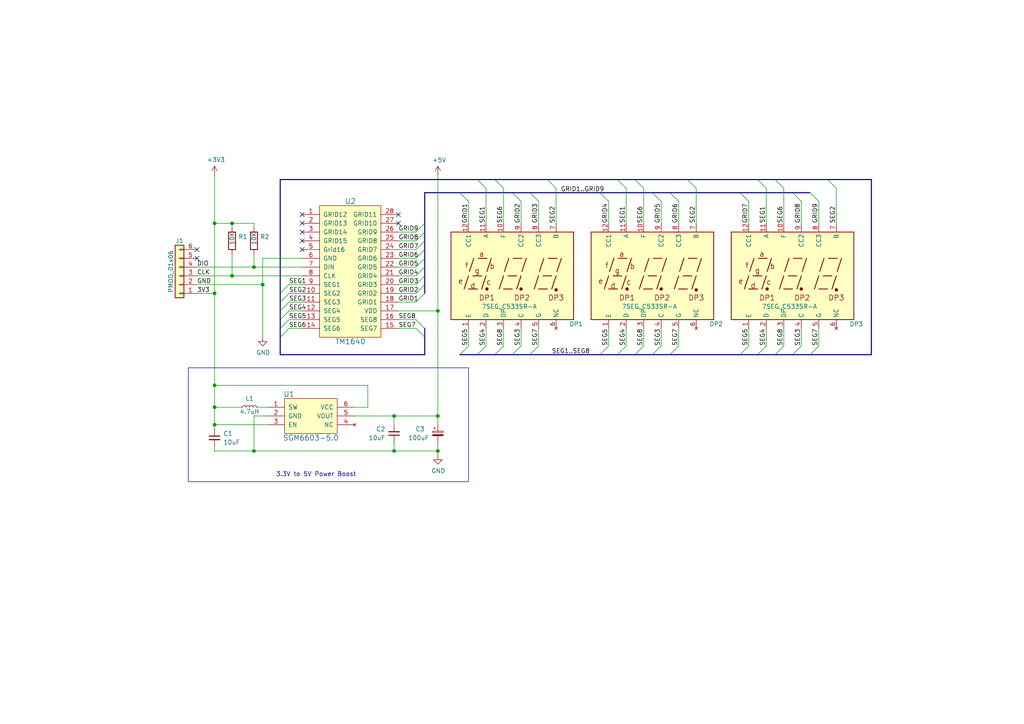
<source format=kicad_sch>
(kicad_sch (version 20230121) (generator eeschema)

  (uuid a3cc169b-f394-4bfa-a9e5-6c4406544c5e)

  (paper "A4")

  (title_block
    (title "7SEG9 PMOD")
    (date "2020-05-20")
    (rev "V1.2")
    (company "FM4DD")
    (comment 1 "2020 (C) FM4DD")
    (comment 2 "SGM6603-5.0 Step-Up IC")
    (comment 3 "License: CC-BY-SA 4.0")
  )

  (lib_symbols
    (symbol "7seg9-rescue:7SEG_C533SR-A-01_FM4DD" (in_bom yes) (on_board yes)
      (property "Reference" "D" (at -22.86 13.97 0)
        (effects (font (size 1.27 1.27)))
      )
      (property "Value" "7SEG_C533SR-A-01_FM4DD" (at 15.24 -1.27 90)
        (effects (font (size 1.27 1.27)))
      )
      (property "Footprint" "01_FM4DD:7SEG_CS533SR-A" (at -6.35 -8.89 0)
        (effects (font (size 1.27 1.27)) hide)
      )
      (property "Datasheet" "" (at -8.382 0.762 0)
        (effects (font (size 1.27 1.27)) hide)
      )
      (symbol "7SEG_C533SR-A-01_FM4DD_0_0"
        (rectangle (start -21.59 12.7) (end 13.97 -12.7)
          (stroke (width 0.254) (type default))
          (fill (type background))
        )
        (polyline
          (pts
            (xy -17.78 -3.81)
            (xy -16.51 0)
          )
          (stroke (width 0.254) (type default))
          (fill (type none))
        )
        (polyline
          (pts
            (xy -16.51 -3.81)
            (xy -13.97 -3.81)
          )
          (stroke (width 0.254) (type default))
          (fill (type none))
        )
        (polyline
          (pts
            (xy -16.256 1.27)
            (xy -14.986 5.08)
          )
          (stroke (width 0.254) (type default))
          (fill (type none))
        )
        (polyline
          (pts
            (xy -15.24 0)
            (xy -12.7 0)
          )
          (stroke (width 0.254) (type default))
          (fill (type none))
        )
        (polyline
          (pts
            (xy -13.716 5.08)
            (xy -11.176 5.08)
          )
          (stroke (width 0.254) (type default))
          (fill (type none))
        )
        (polyline
          (pts
            (xy -12.7 -3.81)
            (xy -11.43 0)
          )
          (stroke (width 0.254) (type default))
          (fill (type none))
        )
        (polyline
          (pts
            (xy -11.176 1.27)
            (xy -9.906 5.08)
          )
          (stroke (width 0.254) (type default))
          (fill (type none))
        )
        (polyline
          (pts
            (xy -7.62 -3.81)
            (xy -6.35 0)
          )
          (stroke (width 0.254) (type default))
          (fill (type none))
        )
        (polyline
          (pts
            (xy -6.35 -3.81)
            (xy -3.81 -3.81)
          )
          (stroke (width 0.254) (type default))
          (fill (type none))
        )
        (polyline
          (pts
            (xy -6.096 1.27)
            (xy -4.826 5.08)
          )
          (stroke (width 0.254) (type default))
          (fill (type none))
        )
        (polyline
          (pts
            (xy -5.08 0)
            (xy -2.54 0)
          )
          (stroke (width 0.254) (type default))
          (fill (type none))
        )
        (polyline
          (pts
            (xy -3.556 5.08)
            (xy -1.016 5.08)
          )
          (stroke (width 0.254) (type default))
          (fill (type none))
        )
        (polyline
          (pts
            (xy -2.54 -3.81)
            (xy -1.27 0)
          )
          (stroke (width 0.254) (type default))
          (fill (type none))
        )
        (polyline
          (pts
            (xy -1.016 1.27)
            (xy 0.254 5.08)
          )
          (stroke (width 0.254) (type default))
          (fill (type none))
        )
        (polyline
          (pts
            (xy 2.54 -3.81)
            (xy 3.81 0)
          )
          (stroke (width 0.254) (type default))
          (fill (type none))
        )
        (polyline
          (pts
            (xy 3.81 -3.81)
            (xy 6.35 -3.81)
          )
          (stroke (width 0.254) (type default))
          (fill (type none))
        )
        (polyline
          (pts
            (xy 4.064 1.27)
            (xy 5.334 5.08)
          )
          (stroke (width 0.254) (type default))
          (fill (type none))
        )
        (polyline
          (pts
            (xy 5.08 0)
            (xy 7.62 0)
          )
          (stroke (width 0.254) (type default))
          (fill (type none))
        )
        (polyline
          (pts
            (xy 6.604 5.08)
            (xy 9.144 5.08)
          )
          (stroke (width 0.254) (type default))
          (fill (type none))
        )
        (polyline
          (pts
            (xy 7.62 -3.81)
            (xy 8.89 0)
          )
          (stroke (width 0.254) (type default))
          (fill (type none))
        )
        (polyline
          (pts
            (xy 9.144 1.27)
            (xy 10.414 5.08)
          )
          (stroke (width 0.254) (type default))
          (fill (type none))
        )
        (text "a" (at -12.7 6.35 0)
          (effects (font (size 1.524 1.524)))
        )
        (text "b" (at -9.652 2.794 0)
          (effects (font (size 1.524 1.524)))
        )
        (text "c" (at -10.668 -1.778 0)
          (effects (font (size 1.524 1.524)))
        )
        (text "d" (at -15.24 -2.794 0)
          (effects (font (size 1.524 1.524)))
        )
        (text "DP1" (at -11.176 -6.35 0)
          (effects (font (size 1.524 1.524)))
        )
        (text "DP2" (at -1.016 -6.35 0)
          (effects (font (size 1.524 1.524)))
        )
        (text "DP3" (at 8.89 -6.35 0)
          (effects (font (size 1.524 1.524)))
        )
        (text "e" (at -18.796 -1.524 0)
          (effects (font (size 1.524 1.524)))
        )
        (text "f" (at -17.018 3.048 0)
          (effects (font (size 1.524 1.524)))
        )
        (text "g" (at -13.97 1.524 0)
          (effects (font (size 1.524 1.524)))
        )
      )
      (symbol "7SEG_C533SR-A-01_FM4DD_0_1"
        (circle (center -11.176 -3.81) (radius 0.3556)
          (stroke (width 0.254) (type default))
          (fill (type outline))
        )
        (circle (center -1.27 -3.81) (radius 0.3556)
          (stroke (width 0.254) (type default))
          (fill (type outline))
        )
      )
      (symbol "7SEG_C533SR-A-01_FM4DD_1_0"
        (circle (center 8.89 -4.064) (radius 0.3556)
          (stroke (width 0.254) (type default))
          (fill (type outline))
        )
      )
      (symbol "7SEG_C533SR-A-01_FM4DD_1_1"
        (pin input line (at -16.51 -15.24 90) (length 2.54)
          (name "E" (effects (font (size 1.27 1.27))))
          (number "1" (effects (font (size 1.27 1.27))))
        )
        (pin input line (at -6.35 15.24 270) (length 2.54)
          (name "F" (effects (font (size 1.27 1.27))))
          (number "10" (effects (font (size 1.27 1.27))))
        )
        (pin input line (at -11.43 15.24 270) (length 2.54)
          (name "A" (effects (font (size 1.27 1.27))))
          (number "11" (effects (font (size 1.27 1.27))))
        )
        (pin input line (at -16.51 15.24 270) (length 2.54)
          (name "CC1" (effects (font (size 1.27 1.27))))
          (number "12" (effects (font (size 1.27 1.27))))
        )
        (pin input line (at -11.43 -15.24 90) (length 2.54)
          (name "D" (effects (font (size 1.27 1.27))))
          (number "2" (effects (font (size 1.27 1.27))))
        )
        (pin input line (at -6.35 -15.24 90) (length 2.54)
          (name "DP" (effects (font (size 1.27 1.27))))
          (number "3" (effects (font (size 1.27 1.27))))
        )
        (pin input line (at -1.27 -15.24 90) (length 2.54)
          (name "C" (effects (font (size 1.27 1.27))))
          (number "4" (effects (font (size 1.27 1.27))))
        )
        (pin input line (at 3.81 -15.24 90) (length 2.54)
          (name "G" (effects (font (size 1.27 1.27))))
          (number "5" (effects (font (size 1.27 1.27))))
        )
        (pin no_connect line (at 8.89 -15.24 90) (length 2.54)
          (name "NC" (effects (font (size 1.27 1.27))))
          (number "6" (effects (font (size 1.27 1.27))))
        )
        (pin input line (at 8.89 15.24 270) (length 2.54)
          (name "B" (effects (font (size 1.27 1.27))))
          (number "7" (effects (font (size 1.27 1.27))))
        )
        (pin input line (at 3.81 15.24 270) (length 2.54)
          (name "CC3" (effects (font (size 1.27 1.27))))
          (number "8" (effects (font (size 1.27 1.27))))
        )
        (pin input line (at -1.27 15.24 270) (length 2.54)
          (name "CC2" (effects (font (size 1.27 1.27))))
          (number "9" (effects (font (size 1.27 1.27))))
        )
      )
    )
    (symbol "7seg9-rescue:CP_Small-Device" (pin_numbers hide) (pin_names (offset 0.254) hide) (in_bom yes) (on_board yes)
      (property "Reference" "C" (at 0.254 1.778 0)
        (effects (font (size 1.27 1.27)) (justify left))
      )
      (property "Value" "CP_Small-Device" (at 0.254 -2.032 0)
        (effects (font (size 1.27 1.27)) (justify left))
      )
      (property "Footprint" "" (at 0 0 0)
        (effects (font (size 1.27 1.27)) hide)
      )
      (property "Datasheet" "" (at 0 0 0)
        (effects (font (size 1.27 1.27)) hide)
      )
      (property "ki_fp_filters" "CP_*" (at 0 0 0)
        (effects (font (size 1.27 1.27)) hide)
      )
      (symbol "CP_Small-Device_0_1"
        (rectangle (start -1.524 -0.3048) (end 1.524 -0.6858)
          (stroke (width 0) (type default))
          (fill (type outline))
        )
        (rectangle (start -1.524 0.6858) (end 1.524 0.3048)
          (stroke (width 0) (type default))
          (fill (type none))
        )
        (polyline
          (pts
            (xy -1.27 1.524)
            (xy -0.762 1.524)
          )
          (stroke (width 0) (type default))
          (fill (type none))
        )
        (polyline
          (pts
            (xy -1.016 1.27)
            (xy -1.016 1.778)
          )
          (stroke (width 0) (type default))
          (fill (type none))
        )
      )
      (symbol "CP_Small-Device_1_1"
        (pin passive line (at 0 2.54 270) (length 1.8542)
          (name "~" (effects (font (size 1.27 1.27))))
          (number "1" (effects (font (size 1.27 1.27))))
        )
        (pin passive line (at 0 -2.54 90) (length 1.8542)
          (name "~" (effects (font (size 1.27 1.27))))
          (number "2" (effects (font (size 1.27 1.27))))
        )
      )
    )
    (symbol "7seg9-rescue:SGM6603-5.0-01_FM4DD" (pin_names (offset 1.016)) (in_bom yes) (on_board yes)
      (property "Reference" "U?" (at -6.35 11.43 0)
        (effects (font (size 1.524 1.524)))
      )
      (property "Value" "SGM6603-5.0-01_FM4DD" (at 0 -1.27 0)
        (effects (font (size 1.524 1.524)))
      )
      (property "Footprint" "Package_TO_SOT_SMD:SOT-23-6" (at 0 -6.35 0)
        (effects (font (size 1.524 1.524)) hide)
      )
      (property "Datasheet" "" (at 0 0 0)
        (effects (font (size 1.524 1.524)) hide)
      )
      (property "Vendor" "SG Micro, LCSC" (at -1.27 -8.89 0)
        (effects (font (size 1.524 1.524)) hide)
      )
      (property "Vendor Part Number" "L6920DB" (at -1.27 -3.81 0)
        (effects (font (size 1.524 1.524)) hide)
      )
      (symbol "SGM6603-5.0-01_FM4DD_0_1"
        (rectangle (start -7.62 10.16) (end 7.62 0)
          (stroke (width 0) (type default))
          (fill (type background))
        )
      )
      (symbol "SGM6603-5.0-01_FM4DD_1_1"
        (pin input line (at -12.7 7.62 0) (length 5.08)
          (name "SW" (effects (font (size 1.27 1.27))))
          (number "1" (effects (font (size 1.27 1.27))))
        )
        (pin passive line (at -12.7 5.08 0) (length 5.08)
          (name "GND" (effects (font (size 1.27 1.27))))
          (number "2" (effects (font (size 1.27 1.27))))
        )
        (pin input line (at -12.7 2.54 0) (length 5.08)
          (name "EN" (effects (font (size 1.27 1.27))))
          (number "3" (effects (font (size 1.27 1.27))))
        )
        (pin no_connect line (at 12.7 2.54 180) (length 5.08)
          (name "NC" (effects (font (size 1.27 1.27))))
          (number "4" (effects (font (size 1.27 1.27))))
        )
        (pin power_out line (at 12.7 5.08 180) (length 5.08)
          (name "VOUT" (effects (font (size 1.27 1.27))))
          (number "5" (effects (font (size 1.27 1.27))))
        )
        (pin power_in line (at 12.7 7.62 180) (length 5.08)
          (name "VCC" (effects (font (size 1.27 1.27))))
          (number "6" (effects (font (size 1.27 1.27))))
        )
      )
    )
    (symbol "7seg9-rescue:TM1640-01_FM4DD" (pin_names (offset 1.016)) (in_bom yes) (on_board yes)
      (property "Reference" "U?" (at -6.35 -26.67 0)
        (effects (font (size 1.524 1.524)))
      )
      (property "Value" "TM1640-01_FM4DD" (at 0 15.24 0)
        (effects (font (size 1.524 1.524)))
      )
      (property "Footprint" "01_FM4DD:SOP-28_7.5x17.9mm_P1.27mm" (at 0 -27.94 0)
        (effects (font (size 1.524 1.524)) hide)
      )
      (property "Datasheet" "" (at 0 0 0)
        (effects (font (size 1.524 1.524)) hide)
      )
      (property "Vendor" "Akizuki Denshi" (at 2.54 -33.02 0)
        (effects (font (size 1.524 1.524)) hide)
      )
      (property "Vendor Part Number" "I-13224" (at 0 -30.48 0)
        (effects (font (size 1.524 1.524)) hide)
      )
      (symbol "TM1640-01_FM4DD_0_1"
        (rectangle (start -8.89 12.7) (end 8.89 -25.4)
          (stroke (width 0) (type default))
          (fill (type background))
        )
      )
      (symbol "TM1640-01_FM4DD_1_1"
        (pin output line (at -13.97 10.16 0) (length 5.08)
          (name "GRID12" (effects (font (size 1.27 1.27))))
          (number "1" (effects (font (size 1.27 1.27))))
        )
        (pin output line (at -13.97 -12.7 0) (length 5.1308)
          (name "SEG2" (effects (font (size 1.27 1.27))))
          (number "10" (effects (font (size 1.27 1.27))))
        )
        (pin output line (at -13.97 -15.24 0) (length 5.1308)
          (name "SEG3" (effects (font (size 1.27 1.27))))
          (number "11" (effects (font (size 1.27 1.27))))
        )
        (pin output line (at -13.97 -17.78 0) (length 5.1308)
          (name "SEG4" (effects (font (size 1.27 1.27))))
          (number "12" (effects (font (size 1.27 1.27))))
        )
        (pin output line (at -13.97 -20.32 0) (length 5.1308)
          (name "SEG5" (effects (font (size 1.27 1.27))))
          (number "13" (effects (font (size 1.27 1.27))))
        )
        (pin output line (at -13.97 -22.86 0) (length 5.1308)
          (name "SEG6" (effects (font (size 1.27 1.27))))
          (number "14" (effects (font (size 1.27 1.27))))
        )
        (pin output line (at 13.97 -22.86 180) (length 5.08)
          (name "SEG7" (effects (font (size 1.27 1.27))))
          (number "15" (effects (font (size 1.27 1.27))))
        )
        (pin output line (at 13.97 -20.32 180) (length 5.08)
          (name "SEG8" (effects (font (size 1.27 1.27))))
          (number "16" (effects (font (size 1.27 1.27))))
        )
        (pin power_in line (at 13.97 -17.78 180) (length 5.08)
          (name "VDD" (effects (font (size 1.27 1.27))))
          (number "17" (effects (font (size 1.27 1.27))))
        )
        (pin output line (at 13.97 -15.24 180) (length 5.08)
          (name "GRID1" (effects (font (size 1.27 1.27))))
          (number "18" (effects (font (size 1.27 1.27))))
        )
        (pin output line (at 13.97 -12.7 180) (length 5.08)
          (name "GRID2" (effects (font (size 1.27 1.27))))
          (number "19" (effects (font (size 1.27 1.27))))
        )
        (pin output line (at -13.97 7.62 0) (length 5.08)
          (name "GRID13" (effects (font (size 1.27 1.27))))
          (number "2" (effects (font (size 1.27 1.27))))
        )
        (pin output line (at 13.97 -10.16 180) (length 5.08)
          (name "GRID3" (effects (font (size 1.27 1.27))))
          (number "20" (effects (font (size 1.27 1.27))))
        )
        (pin output line (at 13.97 -7.62 180) (length 5.08)
          (name "GRID4" (effects (font (size 1.27 1.27))))
          (number "21" (effects (font (size 1.27 1.27))))
        )
        (pin output line (at 13.97 -5.08 180) (length 5.08)
          (name "GRID5" (effects (font (size 1.27 1.27))))
          (number "22" (effects (font (size 1.27 1.27))))
        )
        (pin output line (at 13.97 -2.54 180) (length 5.08)
          (name "GRID6" (effects (font (size 1.27 1.27))))
          (number "23" (effects (font (size 1.27 1.27))))
        )
        (pin output line (at 13.97 0 180) (length 5.08)
          (name "GRID7" (effects (font (size 1.27 1.27))))
          (number "24" (effects (font (size 1.27 1.27))))
        )
        (pin output line (at 13.97 2.54 180) (length 5.08)
          (name "GRID8" (effects (font (size 1.27 1.27))))
          (number "25" (effects (font (size 1.27 1.27))))
        )
        (pin output line (at 13.97 5.08 180) (length 5.08)
          (name "GRID9" (effects (font (size 1.27 1.27))))
          (number "26" (effects (font (size 1.27 1.27))))
        )
        (pin output line (at 13.97 7.62 180) (length 5.1308)
          (name "GRID10" (effects (font (size 1.27 1.27))))
          (number "27" (effects (font (size 1.27 1.27))))
        )
        (pin output line (at 13.97 10.16 180) (length 5.1308)
          (name "GRID11" (effects (font (size 1.27 1.27))))
          (number "28" (effects (font (size 1.27 1.27))))
        )
        (pin output line (at -13.97 5.08 0) (length 5.08)
          (name "GRID14" (effects (font (size 1.27 1.27))))
          (number "3" (effects (font (size 1.27 1.27))))
        )
        (pin output line (at -13.97 2.54 0) (length 5.08)
          (name "GRID15" (effects (font (size 1.27 1.27))))
          (number "4" (effects (font (size 1.27 1.27))))
        )
        (pin output line (at -13.97 0 0) (length 5.08)
          (name "Grid16" (effects (font (size 1.27 1.27))))
          (number "5" (effects (font (size 1.27 1.27))))
        )
        (pin power_in line (at -13.97 -2.54 0) (length 5.08)
          (name "GND" (effects (font (size 1.27 1.27))))
          (number "6" (effects (font (size 1.27 1.27))))
        )
        (pin input line (at -13.97 -5.08 0) (length 5.08)
          (name "DIN" (effects (font (size 1.27 1.27))))
          (number "7" (effects (font (size 1.27 1.27))))
        )
        (pin input line (at -13.97 -7.62 0) (length 5.08)
          (name "CLK" (effects (font (size 1.27 1.27))))
          (number "8" (effects (font (size 1.27 1.27))))
        )
        (pin output line (at -13.97 -10.16 0) (length 5.1308)
          (name "SEG1" (effects (font (size 1.27 1.27))))
          (number "9" (effects (font (size 1.27 1.27))))
        )
      )
    )
    (symbol "Connector_Generic:Conn_01x06" (pin_names (offset 1.016) hide) (in_bom yes) (on_board yes)
      (property "Reference" "J" (at 0 7.62 0)
        (effects (font (size 1.27 1.27)))
      )
      (property "Value" "Conn_01x06" (at 0 -10.16 0)
        (effects (font (size 1.27 1.27)))
      )
      (property "Footprint" "" (at 0 0 0)
        (effects (font (size 1.27 1.27)) hide)
      )
      (property "Datasheet" "~" (at 0 0 0)
        (effects (font (size 1.27 1.27)) hide)
      )
      (property "ki_keywords" "connector" (at 0 0 0)
        (effects (font (size 1.27 1.27)) hide)
      )
      (property "ki_description" "Generic connector, single row, 01x06, script generated (kicad-library-utils/schlib/autogen/connector/)" (at 0 0 0)
        (effects (font (size 1.27 1.27)) hide)
      )
      (property "ki_fp_filters" "Connector*:*_1x??_*" (at 0 0 0)
        (effects (font (size 1.27 1.27)) hide)
      )
      (symbol "Conn_01x06_1_1"
        (rectangle (start -1.27 -7.493) (end 0 -7.747)
          (stroke (width 0.1524) (type default))
          (fill (type none))
        )
        (rectangle (start -1.27 -4.953) (end 0 -5.207)
          (stroke (width 0.1524) (type default))
          (fill (type none))
        )
        (rectangle (start -1.27 -2.413) (end 0 -2.667)
          (stroke (width 0.1524) (type default))
          (fill (type none))
        )
        (rectangle (start -1.27 0.127) (end 0 -0.127)
          (stroke (width 0.1524) (type default))
          (fill (type none))
        )
        (rectangle (start -1.27 2.667) (end 0 2.413)
          (stroke (width 0.1524) (type default))
          (fill (type none))
        )
        (rectangle (start -1.27 5.207) (end 0 4.953)
          (stroke (width 0.1524) (type default))
          (fill (type none))
        )
        (rectangle (start -1.27 6.35) (end 1.27 -8.89)
          (stroke (width 0.254) (type default))
          (fill (type background))
        )
        (pin passive line (at -5.08 5.08 0) (length 3.81)
          (name "Pin_1" (effects (font (size 1.27 1.27))))
          (number "1" (effects (font (size 1.27 1.27))))
        )
        (pin passive line (at -5.08 2.54 0) (length 3.81)
          (name "Pin_2" (effects (font (size 1.27 1.27))))
          (number "2" (effects (font (size 1.27 1.27))))
        )
        (pin passive line (at -5.08 0 0) (length 3.81)
          (name "Pin_3" (effects (font (size 1.27 1.27))))
          (number "3" (effects (font (size 1.27 1.27))))
        )
        (pin passive line (at -5.08 -2.54 0) (length 3.81)
          (name "Pin_4" (effects (font (size 1.27 1.27))))
          (number "4" (effects (font (size 1.27 1.27))))
        )
        (pin passive line (at -5.08 -5.08 0) (length 3.81)
          (name "Pin_5" (effects (font (size 1.27 1.27))))
          (number "5" (effects (font (size 1.27 1.27))))
        )
        (pin passive line (at -5.08 -7.62 0) (length 3.81)
          (name "Pin_6" (effects (font (size 1.27 1.27))))
          (number "6" (effects (font (size 1.27 1.27))))
        )
      )
    )
    (symbol "Device:C_Small" (pin_numbers hide) (pin_names (offset 0.254) hide) (in_bom yes) (on_board yes)
      (property "Reference" "C" (at 0.254 1.778 0)
        (effects (font (size 1.27 1.27)) (justify left))
      )
      (property "Value" "C_Small" (at 0.254 -2.032 0)
        (effects (font (size 1.27 1.27)) (justify left))
      )
      (property "Footprint" "" (at 0 0 0)
        (effects (font (size 1.27 1.27)) hide)
      )
      (property "Datasheet" "~" (at 0 0 0)
        (effects (font (size 1.27 1.27)) hide)
      )
      (property "ki_keywords" "capacitor cap" (at 0 0 0)
        (effects (font (size 1.27 1.27)) hide)
      )
      (property "ki_description" "Unpolarized capacitor, small symbol" (at 0 0 0)
        (effects (font (size 1.27 1.27)) hide)
      )
      (property "ki_fp_filters" "C_*" (at 0 0 0)
        (effects (font (size 1.27 1.27)) hide)
      )
      (symbol "C_Small_0_1"
        (polyline
          (pts
            (xy -1.524 -0.508)
            (xy 1.524 -0.508)
          )
          (stroke (width 0.3302) (type default))
          (fill (type none))
        )
        (polyline
          (pts
            (xy -1.524 0.508)
            (xy 1.524 0.508)
          )
          (stroke (width 0.3048) (type default))
          (fill (type none))
        )
      )
      (symbol "C_Small_1_1"
        (pin passive line (at 0 2.54 270) (length 2.032)
          (name "~" (effects (font (size 1.27 1.27))))
          (number "1" (effects (font (size 1.27 1.27))))
        )
        (pin passive line (at 0 -2.54 90) (length 2.032)
          (name "~" (effects (font (size 1.27 1.27))))
          (number "2" (effects (font (size 1.27 1.27))))
        )
      )
    )
    (symbol "Device:L_Small" (pin_numbers hide) (pin_names (offset 0.254) hide) (in_bom yes) (on_board yes)
      (property "Reference" "L" (at 0.762 1.016 0)
        (effects (font (size 1.27 1.27)) (justify left))
      )
      (property "Value" "L_Small" (at 0.762 -1.016 0)
        (effects (font (size 1.27 1.27)) (justify left))
      )
      (property "Footprint" "" (at 0 0 0)
        (effects (font (size 1.27 1.27)) hide)
      )
      (property "Datasheet" "~" (at 0 0 0)
        (effects (font (size 1.27 1.27)) hide)
      )
      (property "ki_keywords" "inductor choke coil reactor magnetic" (at 0 0 0)
        (effects (font (size 1.27 1.27)) hide)
      )
      (property "ki_description" "Inductor, small symbol" (at 0 0 0)
        (effects (font (size 1.27 1.27)) hide)
      )
      (property "ki_fp_filters" "Choke_* *Coil* Inductor_* L_*" (at 0 0 0)
        (effects (font (size 1.27 1.27)) hide)
      )
      (symbol "L_Small_0_1"
        (arc (start 0 -2.032) (mid 0.5058 -1.524) (end 0 -1.016)
          (stroke (width 0) (type default))
          (fill (type none))
        )
        (arc (start 0 -1.016) (mid 0.5058 -0.508) (end 0 0)
          (stroke (width 0) (type default))
          (fill (type none))
        )
        (arc (start 0 0) (mid 0.5058 0.508) (end 0 1.016)
          (stroke (width 0) (type default))
          (fill (type none))
        )
        (arc (start 0 1.016) (mid 0.5058 1.524) (end 0 2.032)
          (stroke (width 0) (type default))
          (fill (type none))
        )
      )
      (symbol "L_Small_1_1"
        (pin passive line (at 0 2.54 270) (length 0.508)
          (name "~" (effects (font (size 1.27 1.27))))
          (number "1" (effects (font (size 1.27 1.27))))
        )
        (pin passive line (at 0 -2.54 90) (length 0.508)
          (name "~" (effects (font (size 1.27 1.27))))
          (number "2" (effects (font (size 1.27 1.27))))
        )
      )
    )
    (symbol "Device:R" (pin_numbers hide) (pin_names (offset 0)) (in_bom yes) (on_board yes)
      (property "Reference" "R" (at 2.032 0 90)
        (effects (font (size 1.27 1.27)))
      )
      (property "Value" "R" (at 0 0 90)
        (effects (font (size 1.27 1.27)))
      )
      (property "Footprint" "" (at -1.778 0 90)
        (effects (font (size 1.27 1.27)) hide)
      )
      (property "Datasheet" "~" (at 0 0 0)
        (effects (font (size 1.27 1.27)) hide)
      )
      (property "ki_keywords" "R res resistor" (at 0 0 0)
        (effects (font (size 1.27 1.27)) hide)
      )
      (property "ki_description" "Resistor" (at 0 0 0)
        (effects (font (size 1.27 1.27)) hide)
      )
      (property "ki_fp_filters" "R_*" (at 0 0 0)
        (effects (font (size 1.27 1.27)) hide)
      )
      (symbol "R_0_1"
        (rectangle (start -1.016 -2.54) (end 1.016 2.54)
          (stroke (width 0.254) (type default))
          (fill (type none))
        )
      )
      (symbol "R_1_1"
        (pin passive line (at 0 3.81 270) (length 1.27)
          (name "~" (effects (font (size 1.27 1.27))))
          (number "1" (effects (font (size 1.27 1.27))))
        )
        (pin passive line (at 0 -3.81 90) (length 1.27)
          (name "~" (effects (font (size 1.27 1.27))))
          (number "2" (effects (font (size 1.27 1.27))))
        )
      )
    )
    (symbol "power:+3V3" (power) (pin_names (offset 0)) (in_bom yes) (on_board yes)
      (property "Reference" "#PWR" (at 0 -3.81 0)
        (effects (font (size 1.27 1.27)) hide)
      )
      (property "Value" "+3V3" (at 0 3.556 0)
        (effects (font (size 1.27 1.27)))
      )
      (property "Footprint" "" (at 0 0 0)
        (effects (font (size 1.27 1.27)) hide)
      )
      (property "Datasheet" "" (at 0 0 0)
        (effects (font (size 1.27 1.27)) hide)
      )
      (property "ki_keywords" "power-flag" (at 0 0 0)
        (effects (font (size 1.27 1.27)) hide)
      )
      (property "ki_description" "Power symbol creates a global label with name \"+3V3\"" (at 0 0 0)
        (effects (font (size 1.27 1.27)) hide)
      )
      (symbol "+3V3_0_1"
        (polyline
          (pts
            (xy -0.762 1.27)
            (xy 0 2.54)
          )
          (stroke (width 0) (type default))
          (fill (type none))
        )
        (polyline
          (pts
            (xy 0 0)
            (xy 0 2.54)
          )
          (stroke (width 0) (type default))
          (fill (type none))
        )
        (polyline
          (pts
            (xy 0 2.54)
            (xy 0.762 1.27)
          )
          (stroke (width 0) (type default))
          (fill (type none))
        )
      )
      (symbol "+3V3_1_1"
        (pin power_in line (at 0 0 90) (length 0) hide
          (name "+3V3" (effects (font (size 1.27 1.27))))
          (number "1" (effects (font (size 1.27 1.27))))
        )
      )
    )
    (symbol "power:+5V" (power) (pin_names (offset 0)) (in_bom yes) (on_board yes)
      (property "Reference" "#PWR" (at 0 -3.81 0)
        (effects (font (size 1.27 1.27)) hide)
      )
      (property "Value" "+5V" (at 0 3.556 0)
        (effects (font (size 1.27 1.27)))
      )
      (property "Footprint" "" (at 0 0 0)
        (effects (font (size 1.27 1.27)) hide)
      )
      (property "Datasheet" "" (at 0 0 0)
        (effects (font (size 1.27 1.27)) hide)
      )
      (property "ki_keywords" "power-flag" (at 0 0 0)
        (effects (font (size 1.27 1.27)) hide)
      )
      (property "ki_description" "Power symbol creates a global label with name \"+5V\"" (at 0 0 0)
        (effects (font (size 1.27 1.27)) hide)
      )
      (symbol "+5V_0_1"
        (polyline
          (pts
            (xy -0.762 1.27)
            (xy 0 2.54)
          )
          (stroke (width 0) (type default))
          (fill (type none))
        )
        (polyline
          (pts
            (xy 0 0)
            (xy 0 2.54)
          )
          (stroke (width 0) (type default))
          (fill (type none))
        )
        (polyline
          (pts
            (xy 0 2.54)
            (xy 0.762 1.27)
          )
          (stroke (width 0) (type default))
          (fill (type none))
        )
      )
      (symbol "+5V_1_1"
        (pin power_in line (at 0 0 90) (length 0) hide
          (name "+5V" (effects (font (size 1.27 1.27))))
          (number "1" (effects (font (size 1.27 1.27))))
        )
      )
    )
    (symbol "power:GND" (power) (pin_names (offset 0)) (in_bom yes) (on_board yes)
      (property "Reference" "#PWR" (at 0 -6.35 0)
        (effects (font (size 1.27 1.27)) hide)
      )
      (property "Value" "GND" (at 0 -3.81 0)
        (effects (font (size 1.27 1.27)))
      )
      (property "Footprint" "" (at 0 0 0)
        (effects (font (size 1.27 1.27)) hide)
      )
      (property "Datasheet" "" (at 0 0 0)
        (effects (font (size 1.27 1.27)) hide)
      )
      (property "ki_keywords" "power-flag" (at 0 0 0)
        (effects (font (size 1.27 1.27)) hide)
      )
      (property "ki_description" "Power symbol creates a global label with name \"GND\" , ground" (at 0 0 0)
        (effects (font (size 1.27 1.27)) hide)
      )
      (symbol "GND_0_1"
        (polyline
          (pts
            (xy 0 0)
            (xy 0 -1.27)
            (xy 1.27 -1.27)
            (xy 0 -2.54)
            (xy -1.27 -1.27)
            (xy 0 -1.27)
          )
          (stroke (width 0) (type default))
          (fill (type none))
        )
      )
      (symbol "GND_1_1"
        (pin power_in line (at 0 0 270) (length 0) hide
          (name "GND" (effects (font (size 1.27 1.27))))
          (number "1" (effects (font (size 1.27 1.27))))
        )
      )
    )
  )

  (junction (at 73.66 130.81) (diameter 0) (color 0 0 0 0)
    (uuid 05483872-5984-415b-9e28-2c24f0e072f7)
  )
  (junction (at 114.3 130.81) (diameter 0) (color 0 0 0 0)
    (uuid 09234c73-b3a9-4b88-876b-147ebf5ac5b2)
  )
  (junction (at 62.23 111.76) (diameter 0) (color 0 0 0 0)
    (uuid 09265f4b-05eb-4586-8c6b-f4fe61609465)
  )
  (junction (at 62.23 123.19) (diameter 0) (color 0 0 0 0)
    (uuid 5f1b1f26-4231-4f83-bdb0-7117e36927cc)
  )
  (junction (at 62.23 64.77) (diameter 0) (color 0 0 0 0)
    (uuid 603dcf4a-31a3-464e-a3db-15b47cb69d56)
  )
  (junction (at 67.31 64.77) (diameter 0) (color 0 0 0 0)
    (uuid 74fcfd43-6510-46de-8967-d7b74398c312)
  )
  (junction (at 127 130.81) (diameter 0) (color 0 0 0 0)
    (uuid 76850acd-6475-4bf8-bf09-72d03fefc58f)
  )
  (junction (at 114.3 120.65) (diameter 0) (color 0 0 0 0)
    (uuid 9bb556e3-70f9-43c9-8d50-7b4bd4d3ae99)
  )
  (junction (at 67.31 80.01) (diameter 0) (color 0 0 0 0)
    (uuid aa8d2ef8-cf61-4042-bedb-32020eb52835)
  )
  (junction (at 73.66 77.47) (diameter 0) (color 0 0 0 0)
    (uuid af713e3e-8542-4c69-a2f3-ec1018a8e270)
  )
  (junction (at 127 90.17) (diameter 0) (color 0 0 0 0)
    (uuid c26c679a-6c96-421c-ba8f-035378be26fc)
  )
  (junction (at 62.23 85.09) (diameter 0) (color 0 0 0 0)
    (uuid c77789b6-7939-4785-bd4d-a1b64857d127)
  )
  (junction (at 127 120.65) (diameter 0) (color 0 0 0 0)
    (uuid d104e20d-cffb-4bd2-a19c-f0b38b1b0dd7)
  )
  (junction (at 76.2 82.55) (diameter 0) (color 0 0 0 0)
    (uuid def283ee-8987-4e86-a561-8c53bd899cc6)
  )
  (junction (at 62.23 118.11) (diameter 0) (color 0 0 0 0)
    (uuid f404f067-89e8-43a1-9411-2c8f0a76958e)
  )

  (no_connect (at 57.15 72.39) (uuid 1a09c548-76e9-44db-a9fa-947d46a92abf))
  (no_connect (at 115.57 62.23) (uuid 4bc2c53f-9d61-4da3-9dcf-eb0599b462c0))
  (no_connect (at 87.63 69.85) (uuid 4db79905-06fe-4705-9640-3520a1533fa0))
  (no_connect (at 87.63 62.23) (uuid 55f6de1d-e70f-48b8-b6a4-a5736cc73e40))
  (no_connect (at 87.63 67.31) (uuid 6c466d59-d015-47b7-88c7-77d2eca7242b))
  (no_connect (at 57.15 74.93) (uuid 8b6eaf94-7414-43ba-a606-4ab9a328f484))
  (no_connect (at 87.63 72.39) (uuid bb8104fc-11fb-4cf5-bbd9-307d648f2ebf))
  (no_connect (at 115.57 64.77) (uuid c5eee1ce-4118-4ff9-a85c-1b6c5f858c56))
  (no_connect (at 87.63 64.77) (uuid fece0169-fce3-481d-95ca-dfe85945ff27))

  (bus_entry (at 181.61 54.61) (size -2.54 -2.54)
    (stroke (width 0) (type default))
    (uuid 030071ab-fb94-443a-aefc-7980864dbb73)
  )
  (bus_entry (at 135.89 58.42) (size -2.54 -2.54)
    (stroke (width 0) (type default))
    (uuid 053f7d1d-8f3d-43a3-a473-a88907bb3009)
  )
  (bus_entry (at 83.82 90.17) (size -2.54 2.54)
    (stroke (width 0) (type default))
    (uuid 0a3cd12f-9c2f-4e47-b476-f25856c94b80)
  )
  (bus_entry (at 217.17 58.42) (size -2.54 -2.54)
    (stroke (width 0) (type default))
    (uuid 15291073-05d8-4418-8b3a-8d4ac41e1297)
  )
  (bus_entry (at 156.21 58.42) (size -2.54 -2.54)
    (stroke (width 0) (type default))
    (uuid 1f8e354f-65c1-4149-be0a-922e9ed702d5)
  )
  (bus_entry (at 83.82 92.71) (size -2.54 2.54)
    (stroke (width 0) (type default))
    (uuid 26510efb-72b1-4e7f-a66a-c2bc2a248de6)
  )
  (bus_entry (at 196.85 58.42) (size -2.54 -2.54)
    (stroke (width 0) (type default))
    (uuid 274dd305-42b3-494a-8d77-ba23a0cd0ad0)
  )
  (bus_entry (at 120.65 69.85) (size 2.54 -2.54)
    (stroke (width 0) (type default))
    (uuid 2c5c9fdd-629d-4cbc-aaf2-06c56f9512aa)
  )
  (bus_entry (at 242.57 54.61) (size -2.54 -2.54)
    (stroke (width 0) (type default))
    (uuid 2f4741af-8ce9-423d-a988-b670026d0439)
  )
  (bus_entry (at 227.33 54.61) (size -2.54 -2.54)
    (stroke (width 0) (type default))
    (uuid 3099ab35-455b-45ad-85b2-fcbef1a7ee1e)
  )
  (bus_entry (at 140.97 54.61) (size -2.54 -2.54)
    (stroke (width 0) (type default))
    (uuid 30fe3e20-e014-4d4a-8743-0daa99f56e49)
  )
  (bus_entry (at 120.65 67.31) (size 2.54 -2.54)
    (stroke (width 0) (type default))
    (uuid 37e5a43f-1035-408e-96b3-8f02b99cb350)
  )
  (bus_entry (at 186.69 100.33) (size -2.54 2.54)
    (stroke (width 0) (type default))
    (uuid 3869eb4b-88c9-4b3b-8aa3-c8b76c51f86d)
  )
  (bus_entry (at 120.65 92.71) (size 2.54 2.54)
    (stroke (width 0) (type default))
    (uuid 39b06f4e-4243-4170-a447-e78d2395646d)
  )
  (bus_entry (at 83.82 85.09) (size -2.54 2.54)
    (stroke (width 0) (type default))
    (uuid 3b8d3a52-ac9d-4dd9-b096-771288111332)
  )
  (bus_entry (at 227.33 100.33) (size -2.54 2.54)
    (stroke (width 0) (type default))
    (uuid 3d1b9496-2d1c-4f47-9c67-a3893cbb3a5d)
  )
  (bus_entry (at 232.41 100.33) (size -2.54 2.54)
    (stroke (width 0) (type default))
    (uuid 42f6cc24-239e-413a-896e-6b7258a9b0e4)
  )
  (bus_entry (at 135.89 100.33) (size -2.54 2.54)
    (stroke (width 0) (type default))
    (uuid 585b7b4e-b983-4c60-b842-f4639609baef)
  )
  (bus_entry (at 191.77 58.42) (size -2.54 -2.54)
    (stroke (width 0) (type default))
    (uuid 5a5e5d44-6531-4deb-8119-253576753145)
  )
  (bus_entry (at 191.77 100.33) (size -2.54 2.54)
    (stroke (width 0) (type default))
    (uuid 5bfdb6d7-7bfa-41f6-a1f9-28802c3c10fb)
  )
  (bus_entry (at 83.82 87.63) (size -2.54 2.54)
    (stroke (width 0) (type default))
    (uuid 5c5b339c-93b6-42b5-af82-97c9c4b41c7c)
  )
  (bus_entry (at 83.82 95.25) (size -2.54 2.54)
    (stroke (width 0) (type default))
    (uuid 5fe7bc81-5426-402b-bac3-3f56b85eb9bd)
  )
  (bus_entry (at 186.69 54.61) (size -2.54 -2.54)
    (stroke (width 0) (type default))
    (uuid 710f1520-e3d0-4a80-b2ce-33ab12e64707)
  )
  (bus_entry (at 120.65 95.25) (size 2.54 2.54)
    (stroke (width 0) (type default))
    (uuid 7af4808b-d818-4aab-ad83-d39664c9f4e1)
  )
  (bus_entry (at 176.53 100.33) (size -2.54 2.54)
    (stroke (width 0) (type default))
    (uuid 80379b0a-c57f-4cab-bb6b-fb1e942f3dcf)
  )
  (bus_entry (at 176.53 58.42) (size -2.54 -2.54)
    (stroke (width 0) (type default))
    (uuid 94055cf5-555c-4d16-89ae-d9b182f03530)
  )
  (bus_entry (at 120.65 72.39) (size 2.54 -2.54)
    (stroke (width 0) (type default))
    (uuid 957b8e8e-b69e-41e6-b517-b7df43814f07)
  )
  (bus_entry (at 151.13 100.33) (size -2.54 2.54)
    (stroke (width 0) (type default))
    (uuid a1c15d03-8301-4210-9a9f-ca4e376beb3d)
  )
  (bus_entry (at 146.05 54.61) (size -2.54 -2.54)
    (stroke (width 0) (type default))
    (uuid a942573d-ef39-419a-b261-5412559fb0db)
  )
  (bus_entry (at 232.41 58.42) (size -2.54 -2.54)
    (stroke (width 0) (type default))
    (uuid acb82f9b-d9d5-4f5d-8350-c2ff31eb5260)
  )
  (bus_entry (at 222.25 54.61) (size -2.54 -2.54)
    (stroke (width 0) (type default))
    (uuid ae7be8d1-c5af-4478-b6b8-b6e109a7109b)
  )
  (bus_entry (at 146.05 100.33) (size -2.54 2.54)
    (stroke (width 0) (type default))
    (uuid ae905c4a-0d21-4250-aa7b-605ebb90af31)
  )
  (bus_entry (at 120.65 82.55) (size 2.54 -2.54)
    (stroke (width 0) (type default))
    (uuid af1dec01-f321-45db-a0a6-2b74a9b0e2bf)
  )
  (bus_entry (at 217.17 100.33) (size -2.54 2.54)
    (stroke (width 0) (type default))
    (uuid b113001f-8eab-4f02-b576-c932aa2e659f)
  )
  (bus_entry (at 151.13 58.42) (size -2.54 -2.54)
    (stroke (width 0) (type default))
    (uuid b4daf240-e66a-4e4e-9d5a-ae7289e10164)
  )
  (bus_entry (at 156.21 100.33) (size -2.54 2.54)
    (stroke (width 0) (type default))
    (uuid c28ac8ce-ccdc-4e01-af18-0a868cf66191)
  )
  (bus_entry (at 83.82 82.55) (size -2.54 2.54)
    (stroke (width 0) (type default))
    (uuid c9572ea3-993a-4fc8-b3ec-1d92985d5b48)
  )
  (bus_entry (at 201.93 54.61) (size -2.54 -2.54)
    (stroke (width 0) (type default))
    (uuid cb774af4-8e4d-422b-a144-06c16c25cb1a)
  )
  (bus_entry (at 140.97 100.33) (size -2.54 2.54)
    (stroke (width 0) (type default))
    (uuid cc82bd1c-0bbd-4f94-a8fa-3d81c10e34d4)
  )
  (bus_entry (at 120.65 77.47) (size 2.54 -2.54)
    (stroke (width 0) (type default))
    (uuid d5b87afd-0800-4432-9f81-ba1a98b95b69)
  )
  (bus_entry (at 120.65 80.01) (size 2.54 -2.54)
    (stroke (width 0) (type default))
    (uuid d878770c-261e-4b06-9e5d-7cec8434170d)
  )
  (bus_entry (at 161.29 54.61) (size -2.54 -2.54)
    (stroke (width 0) (type default))
    (uuid e5cdac46-93c3-419e-9030-69531754791f)
  )
  (bus_entry (at 222.25 100.33) (size -2.54 2.54)
    (stroke (width 0) (type default))
    (uuid e62065f0-1fd0-446d-a32b-4dfd95f69ee1)
  )
  (bus_entry (at 120.65 85.09) (size 2.54 -2.54)
    (stroke (width 0) (type default))
    (uuid ee352528-0481-4be3-98a3-6ed03d6eaf9e)
  )
  (bus_entry (at 120.65 74.93) (size 2.54 -2.54)
    (stroke (width 0) (type default))
    (uuid eef77e92-4084-457e-8190-e8ea07ea8f54)
  )
  (bus_entry (at 120.65 87.63) (size 2.54 -2.54)
    (stroke (width 0) (type default))
    (uuid f636753d-6859-46ba-bba5-2394ca545226)
  )
  (bus_entry (at 237.49 100.33) (size -2.54 2.54)
    (stroke (width 0) (type default))
    (uuid f900444c-bffa-4d41-9d07-a8a8f825dd5a)
  )
  (bus_entry (at 181.61 100.33) (size -2.54 2.54)
    (stroke (width 0) (type default))
    (uuid f9130bbc-9db2-490d-8882-6f002c931ea2)
  )
  (bus_entry (at 237.49 58.42) (size -2.54 -2.54)
    (stroke (width 0) (type default))
    (uuid fb713a47-d570-4f7a-aa9c-bbfc90d6a180)
  )
  (bus_entry (at 196.85 100.33) (size -2.54 2.54)
    (stroke (width 0) (type default))
    (uuid fb7fbfb2-7dc5-48c4-b87a-032be085d2b5)
  )

  (wire (pts (xy 201.93 54.61) (xy 201.93 64.77))
    (stroke (width 0) (type default))
    (uuid 01d008ac-c03e-418a-adbd-37f97f5ba155)
  )
  (bus (pts (xy 81.28 52.07) (xy 81.28 85.09))
    (stroke (width 0) (type default))
    (uuid 02f14d43-a7ce-4ff7-8521-227ea34c3235)
  )

  (wire (pts (xy 62.23 50.8) (xy 62.23 64.77))
    (stroke (width 0) (type default))
    (uuid 058a4a25-d2dc-4773-ac8f-45770cd43dac)
  )
  (wire (pts (xy 102.87 118.11) (xy 106.68 118.11))
    (stroke (width 0) (type default))
    (uuid 06b570fb-28d5-45eb-ad26-20613a95c591)
  )
  (wire (pts (xy 87.63 90.17) (xy 83.82 90.17))
    (stroke (width 0) (type default))
    (uuid 089aecd5-ffe1-4d42-a984-422f5c4689ff)
  )
  (bus (pts (xy 123.19 80.01) (xy 123.19 82.55))
    (stroke (width 0) (type default))
    (uuid 0ad3d600-f267-4f66-abde-4a8f68727a31)
  )

  (wire (pts (xy 62.23 118.11) (xy 69.85 118.11))
    (stroke (width 0) (type default))
    (uuid 0b1eac43-a046-4e55-8f3a-fa9ec14e0b55)
  )
  (wire (pts (xy 156.21 95.25) (xy 156.21 100.33))
    (stroke (width 0) (type default))
    (uuid 0b1eada9-41a0-4e70-b151-846b214ee5dd)
  )
  (wire (pts (xy 67.31 66.04) (xy 67.31 64.77))
    (stroke (width 0) (type default))
    (uuid 0dfdf3c7-73e6-4c2d-9633-d67e972c847d)
  )
  (wire (pts (xy 127 50.8) (xy 127 90.17))
    (stroke (width 0) (type default))
    (uuid 0e698022-e505-485a-97d0-fd28663b5c0a)
  )
  (wire (pts (xy 146.05 95.25) (xy 146.05 100.33))
    (stroke (width 0) (type default))
    (uuid 10b42c37-9a42-47b1-8908-2dd4a7c92a8b)
  )
  (wire (pts (xy 115.57 67.31) (xy 120.65 67.31))
    (stroke (width 0) (type default))
    (uuid 173ad72e-0df0-4b4b-b4d2-ac2ab3d3cdd5)
  )
  (wire (pts (xy 57.15 82.55) (xy 76.2 82.55))
    (stroke (width 0) (type default))
    (uuid 187aaa9c-5a15-4746-a57d-442ee889182b)
  )
  (bus (pts (xy 123.19 82.55) (xy 123.19 85.09))
    (stroke (width 0) (type default))
    (uuid 1be8d017-15cd-492c-84dc-4e7b68dfe941)
  )
  (bus (pts (xy 81.28 102.87) (xy 123.19 102.87))
    (stroke (width 0) (type default))
    (uuid 1d2bc205-5832-4597-9f51-05740bd9c067)
  )

  (wire (pts (xy 62.23 130.81) (xy 73.66 130.81))
    (stroke (width 0) (type default))
    (uuid 1f2cd80a-8fc0-4996-9a65-db4eda21d9bb)
  )
  (bus (pts (xy 123.19 72.39) (xy 123.19 74.93))
    (stroke (width 0) (type default))
    (uuid 1fe94c8f-aaa4-442e-872a-75244b9d70a0)
  )

  (wire (pts (xy 114.3 123.19) (xy 114.3 120.65))
    (stroke (width 0) (type default))
    (uuid 20e99f5d-9e20-49bb-9558-dbac42ae151a)
  )
  (bus (pts (xy 133.35 55.88) (xy 148.59 55.88))
    (stroke (width 0) (type default))
    (uuid 219359f0-925b-455e-9cb0-2badfd733707)
  )
  (bus (pts (xy 81.28 85.09) (xy 81.28 87.63))
    (stroke (width 0) (type default))
    (uuid 25571723-4ff2-4797-8177-3af9298db27b)
  )
  (bus (pts (xy 81.28 87.63) (xy 81.28 90.17))
    (stroke (width 0) (type default))
    (uuid 255fb2fd-ee38-4300-b686-1719740c842b)
  )

  (wire (pts (xy 127 90.17) (xy 127 120.65))
    (stroke (width 0) (type default))
    (uuid 25a43616-d05b-42d8-9e65-3f78438235ec)
  )
  (wire (pts (xy 181.61 54.61) (xy 181.61 64.77))
    (stroke (width 0) (type default))
    (uuid 2a6ad5af-c723-41a7-9a07-9c5f8421652e)
  )
  (wire (pts (xy 237.49 95.25) (xy 237.49 100.33))
    (stroke (width 0) (type default))
    (uuid 2ae31b4e-eed7-4e25-8f36-ddb6991ad199)
  )
  (wire (pts (xy 196.85 95.25) (xy 196.85 100.33))
    (stroke (width 0) (type default))
    (uuid 2cc66a04-43c8-4582-a526-5a1a1fe7c728)
  )
  (wire (pts (xy 87.63 92.71) (xy 83.82 92.71))
    (stroke (width 0) (type default))
    (uuid 2d615220-b228-4b2d-97b3-6db3b1843312)
  )
  (wire (pts (xy 115.57 69.85) (xy 120.65 69.85))
    (stroke (width 0) (type default))
    (uuid 2e4f6cf3-2caa-493b-8420-0590a6cef441)
  )
  (wire (pts (xy 127 130.81) (xy 127 132.08))
    (stroke (width 0) (type default))
    (uuid 2e775406-c24a-4584-9702-adac94627648)
  )
  (wire (pts (xy 73.66 120.65) (xy 73.66 130.81))
    (stroke (width 0) (type default))
    (uuid 2ed2e4e8-efcb-4835-b1a1-84577bb1d7c5)
  )
  (bus (pts (xy 81.28 92.71) (xy 81.28 95.25))
    (stroke (width 0) (type default))
    (uuid 31545132-1f56-4645-a10c-538881735636)
  )
  (bus (pts (xy 229.87 102.87) (xy 234.95 102.87))
    (stroke (width 0) (type default))
    (uuid 322dbea8-7b3c-4a39-bbfd-fa88f0c9a356)
  )

  (wire (pts (xy 191.77 58.42) (xy 191.77 64.77))
    (stroke (width 0) (type default))
    (uuid 33b0e8c5-3d11-4b92-b2fc-b651ab005731)
  )
  (bus (pts (xy 123.19 74.93) (xy 123.19 77.47))
    (stroke (width 0) (type default))
    (uuid 33cb39c8-da48-4b61-8e1b-6894d71f9243)
  )

  (wire (pts (xy 227.33 54.61) (xy 227.33 64.77))
    (stroke (width 0) (type default))
    (uuid 33e0dffb-60f4-4460-912f-ea0d5cb4fd85)
  )
  (polyline (pts (xy 135.89 106.68) (xy 54.61 106.68))
    (stroke (width 0) (type default))
    (uuid 3b8a4c56-1bca-4bd0-871e-4ec46ad38eb2)
  )

  (bus (pts (xy 179.07 52.07) (xy 184.15 52.07))
    (stroke (width 0) (type default))
    (uuid 3bff6af4-a71b-4d4a-886a-97581fe1ef78)
  )

  (wire (pts (xy 115.57 92.71) (xy 120.65 92.71))
    (stroke (width 0) (type default))
    (uuid 40fb7377-2af6-4b12-b7b7-e8225d3526f9)
  )
  (bus (pts (xy 184.15 102.87) (xy 189.23 102.87))
    (stroke (width 0) (type default))
    (uuid 418094ea-4537-4268-a638-ecb8ee46e410)
  )

  (wire (pts (xy 73.66 64.77) (xy 67.31 64.77))
    (stroke (width 0) (type default))
    (uuid 41920c61-41b4-402c-bf8f-00ac333e6e70)
  )
  (wire (pts (xy 77.47 120.65) (xy 73.66 120.65))
    (stroke (width 0) (type default))
    (uuid 42ccd1d8-4c1e-471c-bcaa-d36e2b053fac)
  )
  (bus (pts (xy 123.19 67.31) (xy 123.19 69.85))
    (stroke (width 0) (type default))
    (uuid 442e49bc-ff1d-413c-b221-187d38117c8e)
  )

  (wire (pts (xy 227.33 95.25) (xy 227.33 100.33))
    (stroke (width 0) (type default))
    (uuid 479e12bf-405a-424e-a6de-90a96495d038)
  )
  (wire (pts (xy 87.63 95.25) (xy 83.82 95.25))
    (stroke (width 0) (type default))
    (uuid 49399e16-f2ff-4933-b578-7818a1f2640d)
  )
  (wire (pts (xy 77.47 118.11) (xy 74.93 118.11))
    (stroke (width 0) (type default))
    (uuid 49a1caa2-6eb5-4ebc-a794-1576f98b6f29)
  )
  (wire (pts (xy 115.57 72.39) (xy 120.65 72.39))
    (stroke (width 0) (type default))
    (uuid 49a6cc2c-7ca2-4c23-bde5-7f267c8c0d98)
  )
  (bus (pts (xy 153.67 55.88) (xy 173.99 55.88))
    (stroke (width 0) (type default))
    (uuid 4ad151c1-54c9-4e0f-b182-bf03ae818403)
  )

  (wire (pts (xy 176.53 58.42) (xy 176.53 64.77))
    (stroke (width 0) (type default))
    (uuid 522e19f9-dc13-42dc-b924-9b5885a6e3dc)
  )
  (wire (pts (xy 217.17 95.25) (xy 217.17 100.33))
    (stroke (width 0) (type default))
    (uuid 52b67483-ddde-415d-ac98-9ca2196ce876)
  )
  (bus (pts (xy 173.99 55.88) (xy 189.23 55.88))
    (stroke (width 0) (type default))
    (uuid 5409611c-65a0-4614-bf8d-e494c7618abd)
  )

  (wire (pts (xy 127 120.65) (xy 127 123.19))
    (stroke (width 0) (type default))
    (uuid 5481adcf-d73f-44ab-92a9-ee930ac8894c)
  )
  (wire (pts (xy 146.05 54.61) (xy 146.05 64.77))
    (stroke (width 0) (type default))
    (uuid 54d69eb2-8088-4123-9315-27e8bcfdc2ae)
  )
  (bus (pts (xy 81.28 52.07) (xy 138.43 52.07))
    (stroke (width 0) (type default))
    (uuid 55568011-91d9-409f-9997-79869c33df0b)
  )

  (wire (pts (xy 114.3 120.65) (xy 127 120.65))
    (stroke (width 0) (type default))
    (uuid 5562564d-2836-4d62-9194-e485e5a2aed8)
  )
  (wire (pts (xy 62.23 129.54) (xy 62.23 130.81))
    (stroke (width 0) (type default))
    (uuid 5c3e60f4-cfa5-4a90-8bf7-59c69bbde0a2)
  )
  (wire (pts (xy 222.25 95.25) (xy 222.25 100.33))
    (stroke (width 0) (type default))
    (uuid 5ce61447-69a3-4ffe-9caa-ea51c3756184)
  )
  (wire (pts (xy 232.41 95.25) (xy 232.41 100.33))
    (stroke (width 0) (type default))
    (uuid 5d1f01fe-0f06-4d5d-9afc-c41daf5cd824)
  )
  (bus (pts (xy 214.63 102.87) (xy 219.71 102.87))
    (stroke (width 0) (type default))
    (uuid 5d48c113-319d-4e84-a705-6aa34444ba44)
  )

  (wire (pts (xy 62.23 111.76) (xy 106.68 111.76))
    (stroke (width 0) (type default))
    (uuid 63a59d9d-8c7e-44bc-b820-015ebd0f9d4f)
  )
  (bus (pts (xy 143.51 52.07) (xy 158.75 52.07))
    (stroke (width 0) (type default))
    (uuid 66e4113b-3299-4ef3-98d4-868b029e662f)
  )
  (bus (pts (xy 214.63 55.88) (xy 229.87 55.88))
    (stroke (width 0) (type default))
    (uuid 6e4a0709-7991-4429-87c9-38ed1993332a)
  )

  (wire (pts (xy 151.13 58.42) (xy 151.13 64.77))
    (stroke (width 0) (type default))
    (uuid 6e896dcc-1a79-4a56-9799-f77e9a8c5991)
  )
  (wire (pts (xy 115.57 85.09) (xy 120.65 85.09))
    (stroke (width 0) (type default))
    (uuid 6ef68c9d-d87a-4d15-9f7d-9e9f73d0892f)
  )
  (wire (pts (xy 186.69 95.25) (xy 186.69 100.33))
    (stroke (width 0) (type default))
    (uuid 6f55592c-67e0-44fb-8ea1-14245d950eed)
  )
  (wire (pts (xy 73.66 77.47) (xy 87.63 77.47))
    (stroke (width 0) (type default))
    (uuid 701c41ae-ea53-4740-9d3a-29e5748993c3)
  )
  (wire (pts (xy 176.53 95.25) (xy 176.53 100.33))
    (stroke (width 0) (type default))
    (uuid 72024c20-c313-4dca-b04d-f6cce24a5786)
  )
  (bus (pts (xy 219.71 52.07) (xy 224.79 52.07))
    (stroke (width 0) (type default))
    (uuid 72e2de5f-085c-4cc5-817d-3f79c9d72652)
  )

  (wire (pts (xy 62.23 64.77) (xy 62.23 85.09))
    (stroke (width 0) (type default))
    (uuid 73f231c0-932a-4d0c-a306-04097c1815eb)
  )
  (wire (pts (xy 67.31 80.01) (xy 87.63 80.01))
    (stroke (width 0) (type default))
    (uuid 75385661-dc17-4153-85b3-193abd3a2d10)
  )
  (wire (pts (xy 57.15 80.01) (xy 67.31 80.01))
    (stroke (width 0) (type default))
    (uuid 76b273cf-4e0d-48b3-b710-1a7ce20120c1)
  )
  (wire (pts (xy 115.57 74.93) (xy 120.65 74.93))
    (stroke (width 0) (type default))
    (uuid 77f2a48e-7abe-4d61-8160-baba92f1084f)
  )
  (wire (pts (xy 115.57 90.17) (xy 127 90.17))
    (stroke (width 0) (type default))
    (uuid 79ba9479-99fb-41c6-bb35-3354f25004b9)
  )
  (wire (pts (xy 73.66 130.81) (xy 114.3 130.81))
    (stroke (width 0) (type default))
    (uuid 7c5d54f4-a1ac-4b84-aa73-bf0ee7ad5984)
  )
  (wire (pts (xy 62.23 85.09) (xy 62.23 111.76))
    (stroke (width 0) (type default))
    (uuid 7fb2ba0f-adf1-4b71-b594-07be6894b6ef)
  )
  (wire (pts (xy 242.57 54.61) (xy 242.57 64.77))
    (stroke (width 0) (type default))
    (uuid 804d3e5c-197f-42ee-89d3-6c2aee7f367a)
  )
  (bus (pts (xy 123.19 55.88) (xy 123.19 64.77))
    (stroke (width 0) (type default))
    (uuid 8078e146-9e75-49a7-add1-b21ecdffd4ad)
  )
  (bus (pts (xy 240.03 52.07) (xy 252.73 52.07))
    (stroke (width 0) (type default))
    (uuid 839eb59a-341b-43c3-81d0-d3cc0bed2d3b)
  )

  (wire (pts (xy 106.68 118.11) (xy 106.68 111.76))
    (stroke (width 0) (type default))
    (uuid 866079af-5ffb-4804-9743-14f688e23f6a)
  )
  (wire (pts (xy 222.25 54.61) (xy 222.25 64.77))
    (stroke (width 0) (type default))
    (uuid 874684aa-6af1-4a8a-b65d-ebb631d09891)
  )
  (wire (pts (xy 186.69 54.61) (xy 186.69 64.77))
    (stroke (width 0) (type default))
    (uuid 8e356cfd-a5e6-4d14-b5da-380c2c7ba2d9)
  )
  (bus (pts (xy 184.15 52.07) (xy 199.39 52.07))
    (stroke (width 0) (type default))
    (uuid 91240a0a-3435-4319-801a-2ae6ae2ced69)
  )

  (polyline (pts (xy 54.61 139.7) (xy 135.89 139.7))
    (stroke (width 0) (type default))
    (uuid 91705355-81d7-4431-af1d-d7a75c47d846)
  )

  (wire (pts (xy 87.63 82.55) (xy 83.82 82.55))
    (stroke (width 0) (type default))
    (uuid 91a5a977-dcc7-451a-a4cb-97d71e9a5c8c)
  )
  (wire (pts (xy 76.2 74.93) (xy 87.63 74.93))
    (stroke (width 0) (type default))
    (uuid 93122afa-2a8e-42ff-8e24-7776032131f1)
  )
  (wire (pts (xy 127 128.27) (xy 127 130.81))
    (stroke (width 0) (type default))
    (uuid 9531f310-7e63-410f-aba4-c42288c3e029)
  )
  (wire (pts (xy 76.2 82.55) (xy 76.2 97.79))
    (stroke (width 0) (type default))
    (uuid 9631837b-ef14-4c42-8a4a-13987ce9dca9)
  )
  (wire (pts (xy 232.41 58.42) (xy 232.41 64.77))
    (stroke (width 0) (type default))
    (uuid 97e3d0b8-1fbf-497a-afc8-bc5342dd7a93)
  )
  (wire (pts (xy 115.57 95.25) (xy 120.65 95.25))
    (stroke (width 0) (type default))
    (uuid 9854d698-123b-4850-adcf-957ad9fad563)
  )
  (bus (pts (xy 173.99 102.87) (xy 179.07 102.87))
    (stroke (width 0) (type default))
    (uuid 9a416f01-1f05-4336-aa20-d55bf3b21129)
  )

  (wire (pts (xy 237.49 58.42) (xy 237.49 64.77))
    (stroke (width 0) (type default))
    (uuid 9a6be6d4-63d3-4bfb-808d-5175b0952487)
  )
  (wire (pts (xy 161.29 54.61) (xy 161.29 64.77))
    (stroke (width 0) (type default))
    (uuid 9adf8ab1-edf5-43c6-827a-29c31063b10a)
  )
  (bus (pts (xy 81.28 90.17) (xy 81.28 92.71))
    (stroke (width 0) (type default))
    (uuid a0119d66-752a-4352-9724-88f8397714ea)
  )

  (wire (pts (xy 115.57 82.55) (xy 120.65 82.55))
    (stroke (width 0) (type default))
    (uuid a1b11cb9-5062-4d91-a044-d3d62e621da9)
  )
  (wire (pts (xy 135.89 58.42) (xy 135.89 64.77))
    (stroke (width 0) (type default))
    (uuid a3d54551-bb67-4ea4-b1a2-cdfd708b9e23)
  )
  (wire (pts (xy 191.77 95.25) (xy 191.77 100.33))
    (stroke (width 0) (type default))
    (uuid a402adc0-cd10-479e-9365-e9aefad99594)
  )
  (bus (pts (xy 123.19 77.47) (xy 123.19 80.01))
    (stroke (width 0) (type default))
    (uuid a43b5c1d-e7ab-4010-ae25-419bb69ff7a2)
  )
  (bus (pts (xy 179.07 102.87) (xy 184.15 102.87))
    (stroke (width 0) (type default))
    (uuid a6edd0e2-7580-41da-a494-60551804e5f5)
  )
  (bus (pts (xy 189.23 102.87) (xy 194.31 102.87))
    (stroke (width 0) (type default))
    (uuid a71a2a78-919a-4f63-8989-644d2c2f7df7)
  )

  (wire (pts (xy 77.47 123.19) (xy 62.23 123.19))
    (stroke (width 0) (type default))
    (uuid a91fe93b-27fd-451c-b242-4c6d62798256)
  )
  (wire (pts (xy 73.66 66.04) (xy 73.66 64.77))
    (stroke (width 0) (type default))
    (uuid aacf27b5-8fd6-4201-b72a-c5ef870acd30)
  )
  (bus (pts (xy 123.19 95.25) (xy 123.19 97.79))
    (stroke (width 0) (type default))
    (uuid ab48ba2e-7883-489f-aaf5-094ef6c79b6c)
  )

  (wire (pts (xy 67.31 73.66) (xy 67.31 80.01))
    (stroke (width 0) (type default))
    (uuid ab742eea-3d95-4559-b63f-2a048a6c817a)
  )
  (wire (pts (xy 135.89 95.25) (xy 135.89 100.33))
    (stroke (width 0) (type default))
    (uuid ad278e03-bc06-45dd-9cab-77bccf0024d1)
  )
  (wire (pts (xy 114.3 128.27) (xy 114.3 130.81))
    (stroke (width 0) (type default))
    (uuid afececd5-f051-4447-b783-eebc1a0059e2)
  )
  (wire (pts (xy 87.63 85.09) (xy 83.82 85.09))
    (stroke (width 0) (type default))
    (uuid b0437a3d-4e93-47d6-8578-451421cd3cbe)
  )
  (bus (pts (xy 229.87 55.88) (xy 234.95 55.88))
    (stroke (width 0) (type default))
    (uuid b50855c1-a06e-4c45-9eee-1b761f7235f5)
  )
  (bus (pts (xy 224.79 52.07) (xy 240.03 52.07))
    (stroke (width 0) (type default))
    (uuid b5fa0513-b145-48e9-b7c6-8c935ddc23cd)
  )

  (wire (pts (xy 62.23 111.76) (xy 62.23 118.11))
    (stroke (width 0) (type default))
    (uuid b6f73429-d33d-4668-ae05-9535c0475ec8)
  )
  (bus (pts (xy 219.71 102.87) (xy 224.79 102.87))
    (stroke (width 0) (type default))
    (uuid ba89a8d1-3560-40e6-a298-ae2a01bc09d5)
  )
  (bus (pts (xy 138.43 102.87) (xy 143.51 102.87))
    (stroke (width 0) (type default))
    (uuid c02d4363-c6a1-43e9-808b-088ce5161595)
  )

  (wire (pts (xy 196.85 58.42) (xy 196.85 64.77))
    (stroke (width 0) (type default))
    (uuid c207a187-cb2b-40e3-b693-2de1d3fa9a13)
  )
  (bus (pts (xy 133.35 102.87) (xy 138.43 102.87))
    (stroke (width 0) (type default))
    (uuid c33ab93d-e188-4e22-b6f0-d7d7ac3da182)
  )

  (wire (pts (xy 140.97 95.25) (xy 140.97 100.33))
    (stroke (width 0) (type default))
    (uuid c3dd00c9-6784-4fce-b21e-68eafce528b7)
  )
  (wire (pts (xy 115.57 87.63) (xy 120.65 87.63))
    (stroke (width 0) (type default))
    (uuid c6d3477e-5fa2-4618-a2c0-9a20acfe8a89)
  )
  (wire (pts (xy 87.63 87.63) (xy 83.82 87.63))
    (stroke (width 0) (type default))
    (uuid cb4ea1dd-05c3-4629-820a-b62c432e3fbe)
  )
  (bus (pts (xy 194.31 55.88) (xy 214.63 55.88))
    (stroke (width 0) (type default))
    (uuid cc11a973-53f9-444f-ade4-0be627b66cb9)
  )
  (bus (pts (xy 252.73 52.07) (xy 252.73 102.87))
    (stroke (width 0) (type default))
    (uuid cd350cc0-66b9-498c-82b2-57ff236bd3f6)
  )

  (wire (pts (xy 57.15 85.09) (xy 62.23 85.09))
    (stroke (width 0) (type default))
    (uuid d05845d8-2ac7-4519-b8f2-4adda36bb36f)
  )
  (bus (pts (xy 234.95 102.87) (xy 252.73 102.87))
    (stroke (width 0) (type default))
    (uuid d0721dca-ba15-4e31-828e-da52a90a4373)
  )

  (wire (pts (xy 181.61 95.25) (xy 181.61 100.33))
    (stroke (width 0) (type default))
    (uuid d13e283b-2ccd-473f-a1b5-05d7b7621eab)
  )
  (bus (pts (xy 153.67 102.87) (xy 173.99 102.87))
    (stroke (width 0) (type default))
    (uuid d441c281-5084-4e70-ac5b-691803e106b4)
  )

  (wire (pts (xy 217.17 58.42) (xy 217.17 64.77))
    (stroke (width 0) (type default))
    (uuid d50d5958-84ef-4e4e-a854-eac993de9b24)
  )
  (bus (pts (xy 194.31 102.87) (xy 214.63 102.87))
    (stroke (width 0) (type default))
    (uuid d68e0e1c-6d1a-41e0-910c-80c2807b4eb7)
  )
  (bus (pts (xy 224.79 102.87) (xy 229.87 102.87))
    (stroke (width 0) (type default))
    (uuid d94a5fdf-7b43-4493-a7d9-b4e341dbd7df)
  )
  (bus (pts (xy 148.59 102.87) (xy 153.67 102.87))
    (stroke (width 0) (type default))
    (uuid d9cb02f1-b8cc-4f84-9258-56c31a56b756)
  )

  (wire (pts (xy 76.2 74.93) (xy 76.2 82.55))
    (stroke (width 0) (type default))
    (uuid da434ce9-bfab-4ef4-ab33-9db3fb718294)
  )
  (bus (pts (xy 123.19 97.79) (xy 123.19 102.87))
    (stroke (width 0) (type default))
    (uuid dddc6011-926f-410c-9a39-44f38a749f1a)
  )
  (bus (pts (xy 143.51 102.87) (xy 148.59 102.87))
    (stroke (width 0) (type default))
    (uuid df035eab-3472-47d8-abe0-18b1aa318609)
  )
  (bus (pts (xy 158.75 52.07) (xy 179.07 52.07))
    (stroke (width 0) (type default))
    (uuid df79efa9-af5d-4184-b1aa-11014c6f47c9)
  )

  (wire (pts (xy 140.97 54.61) (xy 140.97 64.77))
    (stroke (width 0) (type default))
    (uuid df7da17a-8ce5-44b4-bf71-d533c94179c8)
  )
  (bus (pts (xy 123.19 55.88) (xy 133.35 55.88))
    (stroke (width 0) (type default))
    (uuid dfc7c570-18d2-4ee4-9f9c-21f259872d9e)
  )

  (polyline (pts (xy 54.61 106.68) (xy 54.61 139.7))
    (stroke (width 0) (type default))
    (uuid e05e356c-faed-4ea4-b52a-5f0bf23b4583)
  )
  (polyline (pts (xy 135.89 139.7) (xy 135.89 106.68))
    (stroke (width 0) (type default))
    (uuid e0656f1f-7b94-4ce8-8474-44467c717f03)
  )

  (bus (pts (xy 138.43 52.07) (xy 143.51 52.07))
    (stroke (width 0) (type default))
    (uuid e0c63e5e-c343-4360-acba-803905ae59de)
  )

  (wire (pts (xy 115.57 80.01) (xy 120.65 80.01))
    (stroke (width 0) (type default))
    (uuid e283e2b8-0e5e-4949-8ef6-dd5af7070006)
  )
  (bus (pts (xy 148.59 55.88) (xy 153.67 55.88))
    (stroke (width 0) (type default))
    (uuid e2ca4b73-587e-4beb-9c5a-a54511a470f4)
  )

  (wire (pts (xy 62.23 118.11) (xy 62.23 123.19))
    (stroke (width 0) (type default))
    (uuid e303c560-c57f-471d-94d0-a814464e1c8d)
  )
  (bus (pts (xy 189.23 55.88) (xy 194.31 55.88))
    (stroke (width 0) (type default))
    (uuid e4239f4d-cbb4-4a62-966f-88c9b459c1ff)
  )
  (bus (pts (xy 199.39 52.07) (xy 219.71 52.07))
    (stroke (width 0) (type default))
    (uuid e432512a-0648-4790-9152-547bba491cb8)
  )
  (bus (pts (xy 81.28 97.79) (xy 81.28 102.87))
    (stroke (width 0) (type default))
    (uuid e480fda4-b26d-4d30-aaa8-ad85eedc3693)
  )

  (wire (pts (xy 115.57 77.47) (xy 120.65 77.47))
    (stroke (width 0) (type default))
    (uuid e49f1b23-4876-48ce-a09b-112e8bb9034e)
  )
  (wire (pts (xy 67.31 64.77) (xy 62.23 64.77))
    (stroke (width 0) (type default))
    (uuid e5ed84a7-7d27-45ef-ab7d-35c5a3add9ab)
  )
  (bus (pts (xy 123.19 69.85) (xy 123.19 72.39))
    (stroke (width 0) (type default))
    (uuid e9c8e9d2-d973-40f9-9819-23d73453329d)
  )

  (wire (pts (xy 114.3 120.65) (xy 102.87 120.65))
    (stroke (width 0) (type default))
    (uuid ea4e6fe3-4cc0-4642-b950-125148188baa)
  )
  (bus (pts (xy 123.19 64.77) (xy 123.19 67.31))
    (stroke (width 0) (type default))
    (uuid efa7660e-6a54-489f-9b01-ed60e1eaf0c8)
  )

  (wire (pts (xy 151.13 95.25) (xy 151.13 100.33))
    (stroke (width 0) (type default))
    (uuid f123b595-cc2f-49d5-b394-cccb2320da34)
  )
  (wire (pts (xy 62.23 123.19) (xy 62.23 124.46))
    (stroke (width 0) (type default))
    (uuid f6a99b38-0211-42ad-b0a0-79025aa2f273)
  )
  (wire (pts (xy 57.15 77.47) (xy 73.66 77.47))
    (stroke (width 0) (type default))
    (uuid f9157f0c-e644-49a2-b813-9a2463af09ce)
  )
  (wire (pts (xy 156.21 58.42) (xy 156.21 64.77))
    (stroke (width 0) (type default))
    (uuid f936b8a9-289d-443a-9bd1-fdd5ed4d81b5)
  )
  (wire (pts (xy 73.66 73.66) (xy 73.66 77.47))
    (stroke (width 0) (type default))
    (uuid fe3c32da-8247-4d03-a90c-3357f0985166)
  )
  (wire (pts (xy 114.3 130.81) (xy 127 130.81))
    (stroke (width 0) (type default))
    (uuid ff1f54e0-7b30-4462-9640-d9073705011c)
  )
  (bus (pts (xy 81.28 95.25) (xy 81.28 97.79))
    (stroke (width 0) (type default))
    (uuid ff72c5e4-0210-4e9e-ba8e-a69eb3c1c607)
  )

  (text "3.3V to 5V Power Boost" (at 80.01 138.43 0)
    (effects (font (size 1.27 1.27)) (justify left bottom))
    (uuid 23fc70df-e4a5-4549-b37f-4f80e16be1c8)
  )

  (label "SEG8" (at 186.69 100.33 90) (fields_autoplaced)
    (effects (font (size 1.27 1.27)) (justify left bottom))
    (uuid 01051c60-608c-490f-90a1-31f08694f87c)
  )
  (label "SEG1" (at 83.82 82.55 0) (fields_autoplaced)
    (effects (font (size 1.27 1.27)) (justify left bottom))
    (uuid 01fdbb9a-6a38-49f8-b991-e5e1cb6054f3)
  )
  (label "CLK" (at 57.15 80.01 0) (fields_autoplaced)
    (effects (font (size 1.27 1.27)) (justify left bottom))
    (uuid 0337efa5-0302-4bb7-8ad8-2b8d308c8d2b)
  )
  (label "SEG8" (at 146.05 100.33 90) (fields_autoplaced)
    (effects (font (size 1.27 1.27)) (justify left bottom))
    (uuid 0548546f-4630-4cac-8c53-66bdda8d0093)
  )
  (label "DIO" (at 57.15 77.47 0) (fields_autoplaced)
    (effects (font (size 1.27 1.27)) (justify left bottom))
    (uuid 06e5a33b-36d1-454f-8532-743ba19b8435)
  )
  (label "SEG3" (at 83.82 87.63 0) (fields_autoplaced)
    (effects (font (size 1.27 1.27)) (justify left bottom))
    (uuid 07b281cb-3fb8-4a3b-a3b1-520da7fbd9a4)
  )
  (label "GRID3" (at 115.57 82.55 0) (fields_autoplaced)
    (effects (font (size 1.27 1.27)) (justify left bottom))
    (uuid 09cafab4-90ee-452a-b6d2-9415b9a8936e)
  )
  (label "SEG2" (at 161.29 64.77 90) (fields_autoplaced)
    (effects (font (size 1.27 1.27)) (justify left bottom))
    (uuid 0b815c7e-d5f8-4aa7-8a4a-2e3b8a974dc6)
  )
  (label "GRID3" (at 156.21 64.77 90) (fields_autoplaced)
    (effects (font (size 1.27 1.27)) (justify left bottom))
    (uuid 0f09e90f-49dc-4d99-ae27-4dc0256fa05b)
  )
  (label "SEG1" (at 222.25 64.77 90) (fields_autoplaced)
    (effects (font (size 1.27 1.27)) (justify left bottom))
    (uuid 12e113dd-295c-44f6-bc1f-02a1c1838527)
  )
  (label "GRID9" (at 115.57 67.31 0) (fields_autoplaced)
    (effects (font (size 1.27 1.27)) (justify left bottom))
    (uuid 14f651a4-a3c9-4e65-9941-f7f06a56a54a)
  )
  (label "SEG5" (at 217.17 100.33 90) (fields_autoplaced)
    (effects (font (size 1.27 1.27)) (justify left bottom))
    (uuid 14fe9b0e-f873-408d-9365-877348a80fd2)
  )
  (label "GRID4" (at 176.53 64.77 90) (fields_autoplaced)
    (effects (font (size 1.27 1.27)) (justify left bottom))
    (uuid 154c394f-424f-4ae3-aeef-d36da31e6f25)
  )
  (label "GRID9" (at 237.49 64.77 90) (fields_autoplaced)
    (effects (font (size 1.27 1.27)) (justify left bottom))
    (uuid 1afc4c2a-a2bb-43bf-a637-6223f12d84b4)
  )
  (label "SEG4" (at 83.82 90.17 0) (fields_autoplaced)
    (effects (font (size 1.27 1.27)) (justify left bottom))
    (uuid 1bcd70be-675d-47eb-837d-94dc8f729607)
  )
  (label "SEG8" (at 115.57 92.71 0) (fields_autoplaced)
    (effects (font (size 1.27 1.27)) (justify left bottom))
    (uuid 1f60072c-f8a1-4d35-a3f7-53c9ed67c35e)
  )
  (label "GRID1" (at 135.89 64.77 90) (fields_autoplaced)
    (effects (font (size 1.27 1.27)) (justify left bottom))
    (uuid 2024d887-804c-483a-8015-fe1334ac6920)
  )
  (label "GRID1" (at 115.57 87.63 0) (fields_autoplaced)
    (effects (font (size 1.27 1.27)) (justify left bottom))
    (uuid 23e5d385-a90f-4bce-8371-8c58d695f862)
  )
  (label "GND" (at 57.15 82.55 0) (fields_autoplaced)
    (effects (font (size 1.27 1.27)) (justify left bottom))
    (uuid 24a9f373-1e47-4ad0-8876-3a5ee2593c99)
  )
  (label "GRID5" (at 115.57 77.47 0) (fields_autoplaced)
    (effects (font (size 1.27 1.27)) (justify left bottom))
    (uuid 2ff55cb3-802d-4195-b660-9cf3857c39ff)
  )
  (label "SEG6" (at 227.33 64.77 90) (fields_autoplaced)
    (effects (font (size 1.27 1.27)) (justify left bottom))
    (uuid 314c55fa-81dd-48c5-8ae5-f128e6fddb71)
  )
  (label "SEG7" (at 196.85 100.33 90) (fields_autoplaced)
    (effects (font (size 1.27 1.27)) (justify left bottom))
    (uuid 31ee0660-bf60-4cdc-bb79-8b7a0f03f2c8)
  )
  (label "GRID7" (at 217.17 64.77 90) (fields_autoplaced)
    (effects (font (size 1.27 1.27)) (justify left bottom))
    (uuid 3c43938f-c40f-4e7a-b76a-1dce104fb314)
  )
  (label "GRID2" (at 151.13 64.77 90) (fields_autoplaced)
    (effects (font (size 1.27 1.27)) (justify left bottom))
    (uuid 44ce30e6-89db-4e48-afc4-d8c18952ff41)
  )
  (label "3V3" (at 57.15 85.09 0) (fields_autoplaced)
    (effects (font (size 1.27 1.27)) (justify left bottom))
    (uuid 45dec0dc-dc34-4cb0-a59f-9ae113772a32)
  )
  (label "SEG1" (at 181.61 64.77 90) (fields_autoplaced)
    (effects (font (size 1.27 1.27)) (justify left bottom))
    (uuid 48e03bd8-2d8e-4593-a378-e69209536947)
  )
  (label "GRID6" (at 196.85 64.77 90) (fields_autoplaced)
    (effects (font (size 1.27 1.27)) (justify left bottom))
    (uuid 4be1e1bb-796e-4745-ab2b-cd50de4a74a2)
  )
  (label "SEG8" (at 227.33 100.33 90) (fields_autoplaced)
    (effects (font (size 1.27 1.27)) (justify left bottom))
    (uuid 4e9695f2-f7ef-4f86-ba44-d7b9490f9115)
  )
  (label "SEG2" (at 83.82 85.09 0) (fields_autoplaced)
    (effects (font (size 1.27 1.27)) (justify left bottom))
    (uuid 5238c568-b25f-4983-8090-e74fb60133d1)
  )
  (label "GRID6" (at 115.57 74.93 0) (fields_autoplaced)
    (effects (font (size 1.27 1.27)) (justify left bottom))
    (uuid 66b32c4f-fdc0-49d9-9aee-bcbcc41e4668)
  )
  (label "SEG7" (at 237.49 100.33 90) (fields_autoplaced)
    (effects (font (size 1.27 1.27)) (justify left bottom))
    (uuid 6bf7e154-1aae-4af9-86ea-04d40a11a4a8)
  )
  (label "GRID4" (at 115.57 80.01 0) (fields_autoplaced)
    (effects (font (size 1.27 1.27)) (justify left bottom))
    (uuid 757cdb92-3264-44d9-b907-ab9894d204be)
  )
  (label "SEG3" (at 191.77 100.33 90) (fields_autoplaced)
    (effects (font (size 1.27 1.27)) (justify left bottom))
    (uuid 774f4f6d-f040-4879-8f83-af863fe6a463)
  )
  (label "SEG5" (at 176.53 100.33 90) (fields_autoplaced)
    (effects (font (size 1.27 1.27)) (justify left bottom))
    (uuid 7bc6126a-f93a-4540-b74d-493831cb2591)
  )
  (label "SEG5" (at 135.89 100.33 90) (fields_autoplaced)
    (effects (font (size 1.27 1.27)) (justify left bottom))
    (uuid 80fb81b7-28ed-4912-af4f-0464a802b040)
  )
  (label "SEG2" (at 201.93 64.77 90) (fields_autoplaced)
    (effects (font (size 1.27 1.27)) (justify left bottom))
    (uuid 8181575c-c599-4438-a3e4-52f2265006ac)
  )
  (label "SEG6" (at 186.69 64.77 90) (fields_autoplaced)
    (effects (font (size 1.27 1.27)) (justify left bottom))
    (uuid 87506153-f2ec-49c9-bd1e-c7f325295eee)
  )
  (label "SEG6" (at 146.05 64.77 90) (fields_autoplaced)
    (effects (font (size 1.27 1.27)) (justify left bottom))
    (uuid 8a2d39b0-5da5-44f9-96c8-c1f1e890a7eb)
  )
  (label "GRID8" (at 232.41 64.77 90) (fields_autoplaced)
    (effects (font (size 1.27 1.27)) (justify left bottom))
    (uuid 901460a5-5c6b-4fe4-8d0a-33d7da204343)
  )
  (label "SEG3" (at 151.13 100.33 90) (fields_autoplaced)
    (effects (font (size 1.27 1.27)) (justify left bottom))
    (uuid 9751778b-5302-4fbc-a1bd-28a0a3b56fbe)
  )
  (label "SEG4" (at 140.97 100.33 90) (fields_autoplaced)
    (effects (font (size 1.27 1.27)) (justify left bottom))
    (uuid 9c8ed7f7-07f3-4d0f-9c5b-56b2062a9c2f)
  )
  (label "GRID2" (at 115.57 85.09 0) (fields_autoplaced)
    (effects (font (size 1.27 1.27)) (justify left bottom))
    (uuid 9f0e03d6-7d5e-4812-9036-e2fa3e8a2ba0)
  )
  (label "SEG7" (at 115.57 95.25 0) (fields_autoplaced)
    (effects (font (size 1.27 1.27)) (justify left bottom))
    (uuid 9f3f20a5-ebdf-4edc-8949-a821971759af)
  )
  (label "SEG6" (at 83.82 95.25 0) (fields_autoplaced)
    (effects (font (size 1.27 1.27)) (justify left bottom))
    (uuid a422077f-bdad-468e-8421-a8ae58a8509e)
  )
  (label "SEG4" (at 181.61 100.33 90) (fields_autoplaced)
    (effects (font (size 1.27 1.27)) (justify left bottom))
    (uuid be9cb70a-7d71-4035-9510-9aabb5c19bcf)
  )
  (label "SEG3" (at 232.41 100.33 90) (fields_autoplaced)
    (effects (font (size 1.27 1.27)) (justify left bottom))
    (uuid bfcfc504-dd1b-44a6-b00f-497cd3966b32)
  )
  (label "GRID5" (at 191.77 64.77 90) (fields_autoplaced)
    (effects (font (size 1.27 1.27)) (justify left bottom))
    (uuid c69b454d-2766-40c9-83b4-aef4dae62e9f)
  )
  (label "SEG2" (at 242.57 64.77 90) (fields_autoplaced)
    (effects (font (size 1.27 1.27)) (justify left bottom))
    (uuid cbbb43fc-32ad-4329-917f-a7a20a4097b6)
  )
  (label "SEG5" (at 83.82 92.71 0) (fields_autoplaced)
    (effects (font (size 1.27 1.27)) (justify left bottom))
    (uuid cd8ec661-164c-4394-8a9b-a7eb7ab890b0)
  )
  (label "GRID7" (at 115.57 72.39 0) (fields_autoplaced)
    (effects (font (size 1.27 1.27)) (justify left bottom))
    (uuid cf704a7b-d563-484d-af90-84cafbfa17ab)
  )
  (label "SEG1..SEG8" (at 160.02 102.87 0) (fields_autoplaced)
    (effects (font (size 1.27 1.27)) (justify left bottom))
    (uuid d0a00ade-1228-46c6-bc9d-dd6bfa6a0b8a)
  )
  (label "GRID8" (at 115.57 69.85 0) (fields_autoplaced)
    (effects (font (size 1.27 1.27)) (justify left bottom))
    (uuid d4fea960-40b4-4a19-b7cf-7400eda0ea94)
  )
  (label "SEG7" (at 156.21 100.33 90) (fields_autoplaced)
    (effects (font (size 1.27 1.27)) (justify left bottom))
    (uuid e3300af2-0a89-4962-b723-839b48e7f4f6)
  )
  (label "GRID1..GRID9" (at 175.26 55.88 180) (fields_autoplaced)
    (effects (font (size 1.27 1.27)) (justify right bottom))
    (uuid e6387495-2988-4b54-ada0-78670c91c4f8)
  )
  (label "SEG1" (at 140.97 64.77 90) (fields_autoplaced)
    (effects (font (size 1.27 1.27)) (justify left bottom))
    (uuid ead51d40-10f3-46a1-ad27-56e2ed84eada)
  )
  (label "SEG4" (at 222.25 100.33 90) (fields_autoplaced)
    (effects (font (size 1.27 1.27)) (justify left bottom))
    (uuid f05dd289-58a3-4c77-933b-b7b937aa9edd)
  )

  (symbol (lib_id "power:+3V3") (at 62.23 50.8 0) (unit 1)
    (in_bom yes) (on_board yes) (dnp no)
    (uuid 00000000-0000-0000-0000-00005aed6787)
    (property "Reference" "#PWR0101" (at 62.23 54.61 0)
      (effects (font (size 1.27 1.27)) hide)
    )
    (property "Value" "+3V3" (at 62.611 46.3296 0)
      (effects (font (size 1.27 1.27)))
    )
    (property "Footprint" "" (at 62.23 50.8 0)
      (effects (font (size 1.27 1.27)) hide)
    )
    (property "Datasheet" "" (at 62.23 50.8 0)
      (effects (font (size 1.27 1.27)) hide)
    )
    (pin "1" (uuid d0920598-763f-493a-8574-d826aa97701a))
    (instances
      (project "7seg9"
        (path "/a3cc169b-f394-4bfa-a9e5-6c4406544c5e"
          (reference "#PWR0101") (unit 1)
        )
      )
    )
  )

  (symbol (lib_id "Connector_Generic:Conn_01x06") (at 52.07 80.01 180) (unit 1)
    (in_bom yes) (on_board yes) (dnp no)
    (uuid 00000000-0000-0000-0000-00005e55fa71)
    (property "Reference" "J1" (at 52.07 69.85 0)
      (effects (font (size 1.27 1.27)))
    )
    (property "Value" "PMOD_01x06" (at 49.53 78.74 90)
      (effects (font (size 1.27 1.27)))
    )
    (property "Footprint" "Connector_PinHeader_2.54mm:PinHeader_1x06_P2.54mm_Horizontal" (at 52.07 80.01 0)
      (effects (font (size 1.27 1.27)) hide)
    )
    (property "Datasheet" "~" (at 52.07 80.01 0)
      (effects (font (size 1.27 1.27)) hide)
    )
    (pin "1" (uuid e96fe10e-1f6f-48ea-b912-0909d5cf1e13))
    (pin "2" (uuid a633c0ed-99a3-4734-bcaa-b15944ae6dcb))
    (pin "3" (uuid ea215c2e-6107-4cb5-aad7-abe54907528a))
    (pin "4" (uuid fc133108-8a8b-4bb1-94db-6641a9813258))
    (pin "5" (uuid 2ce3ccd1-4d84-40e3-b47e-773841b8b462))
    (pin "6" (uuid 5639ef9a-b0f8-4161-8503-5a8fb3a16714))
    (instances
      (project "7seg9"
        (path "/a3cc169b-f394-4bfa-a9e5-6c4406544c5e"
          (reference "J1") (unit 1)
        )
      )
    )
  )

  (symbol (lib_id "7seg9-rescue:7SEG_C533SR-A-01_FM4DD") (at 152.4 80.01 0) (unit 1)
    (in_bom yes) (on_board yes) (dnp no)
    (uuid 00000000-0000-0000-0000-00005e562ba6)
    (property "Reference" "DP1" (at 165.1 93.98 0)
      (effects (font (size 1.27 1.27)) (justify left))
    )
    (property "Value" "7SEG_C533SR-A" (at 139.7 88.9 0)
      (effects (font (size 1.27 1.27)) (justify left))
    )
    (property "Footprint" "01_FM4DD:7SEG_CS533SR-A" (at 146.05 88.9 0)
      (effects (font (size 1.27 1.27)) hide)
    )
    (property "Datasheet" "http://www.kyohritsu.jp/eclib/OTHER/DATASHEET/LED/osl40391xx.pdf" (at 144.018 79.248 0)
      (effects (font (size 1.27 1.27)) hide)
    )
    (pin "1" (uuid 3dad2443-e71b-4ea6-9a87-d95cc34f7686))
    (pin "10" (uuid be42a950-e23a-4e09-ba7a-c6ab8e771b3d))
    (pin "11" (uuid e09369c0-fab9-42a1-9802-5659ea9b4482))
    (pin "12" (uuid a955996d-6017-404a-a37e-2b706c6c9fc2))
    (pin "2" (uuid 15e1e5f9-6748-4a11-94be-9fa429b1855d))
    (pin "3" (uuid 162d1357-0e32-45f1-bd20-30606fe24f65))
    (pin "4" (uuid 1324425f-f1bc-4198-905d-6f3f16805f46))
    (pin "5" (uuid 2bc454ec-5e69-478a-860b-8db83f5c8dcd))
    (pin "6" (uuid d9c0d6ff-de5b-40c8-9c1e-60f68010e8e5))
    (pin "7" (uuid 51c0ec8d-772b-440f-b7fb-bda6b1c3bb88))
    (pin "8" (uuid b31bf012-1470-49bd-a96b-67dcb2acb584))
    (pin "9" (uuid 95796f19-7c83-4000-8631-8fc1a922bce6))
    (instances
      (project "7seg9"
        (path "/a3cc169b-f394-4bfa-a9e5-6c4406544c5e"
          (reference "DP1") (unit 1)
        )
      )
    )
  )

  (symbol (lib_id "7seg9-rescue:7SEG_C533SR-A-01_FM4DD") (at 193.04 80.01 0) (unit 1)
    (in_bom yes) (on_board yes) (dnp no)
    (uuid 00000000-0000-0000-0000-00005e5655c1)
    (property "Reference" "DP2" (at 205.74 93.98 0)
      (effects (font (size 1.27 1.27)) (justify left))
    )
    (property "Value" "7SEG_C533SR-A" (at 180.34 88.9 0)
      (effects (font (size 1.27 1.27)) (justify left))
    )
    (property "Footprint" "01_FM4DD:7SEG_CS533SR-A" (at 186.69 88.9 0)
      (effects (font (size 1.27 1.27)) hide)
    )
    (property "Datasheet" "http://www.kyohritsu.jp/eclib/OTHER/DATASHEET/LED/osl40391xx.pdf" (at 184.658 79.248 0)
      (effects (font (size 1.27 1.27)) hide)
    )
    (pin "1" (uuid 5c23d5c1-f009-4b0e-a676-0866de63d9d1))
    (pin "10" (uuid 8b759f7c-24e5-4d32-b7f3-bb2b5a646c32))
    (pin "11" (uuid e5f1ce74-df4b-4f47-97e7-e912fadb0b9d))
    (pin "12" (uuid 9e58c469-5aec-4bfc-9fe6-07fd4bd3f856))
    (pin "2" (uuid bb00a3ad-e852-4fe6-bec7-8998cf1690d7))
    (pin "3" (uuid 3fbc6fe9-b754-4db0-9697-ea5d349614ad))
    (pin "4" (uuid 09af477a-d64d-408b-8b2f-74ce0cbd81d4))
    (pin "5" (uuid 05228fd6-4aa4-49fa-b1f6-a1980b896497))
    (pin "6" (uuid 58095eab-aae1-4f16-859b-c3d1c837be4c))
    (pin "7" (uuid 273e8446-b4a6-4a6d-b8ea-66c428035c07))
    (pin "8" (uuid f0f07561-2285-48f1-a100-97d9164f2513))
    (pin "9" (uuid 09af503c-0bb1-44f6-a662-2866c07bcaab))
    (instances
      (project "7seg9"
        (path "/a3cc169b-f394-4bfa-a9e5-6c4406544c5e"
          (reference "DP2") (unit 1)
        )
      )
    )
  )

  (symbol (lib_id "Device:R") (at 67.31 69.85 0) (unit 1)
    (in_bom yes) (on_board yes) (dnp no)
    (uuid 00000000-0000-0000-0000-00005e5e59b2)
    (property "Reference" "R1" (at 69.088 68.6816 0)
      (effects (font (size 1.27 1.27)) (justify left))
    )
    (property "Value" "10K" (at 67.31 71.12 90)
      (effects (font (size 1.27 1.27)) (justify left))
    )
    (property "Footprint" "Resistor_SMD:R_0603_1608Metric" (at 65.532 69.85 90)
      (effects (font (size 1.27 1.27)) hide)
    )
    (property "Datasheet" "~" (at 67.31 69.85 0)
      (effects (font (size 1.27 1.27)) hide)
    )
    (pin "1" (uuid 2a70768f-b574-4a3b-a244-d64b0d1b06da))
    (pin "2" (uuid e630ea9d-2089-4d7f-84bc-079340b714b5))
    (instances
      (project "7seg9"
        (path "/a3cc169b-f394-4bfa-a9e5-6c4406544c5e"
          (reference "R1") (unit 1)
        )
      )
    )
  )

  (symbol (lib_id "Device:R") (at 73.66 69.85 0) (unit 1)
    (in_bom yes) (on_board yes) (dnp no)
    (uuid 00000000-0000-0000-0000-00005e5e607c)
    (property "Reference" "R2" (at 75.438 68.6816 0)
      (effects (font (size 1.27 1.27)) (justify left))
    )
    (property "Value" "10K" (at 73.66 71.12 90)
      (effects (font (size 1.27 1.27)) (justify left))
    )
    (property "Footprint" "Resistor_SMD:R_0603_1608Metric" (at 71.882 69.85 90)
      (effects (font (size 1.27 1.27)) hide)
    )
    (property "Datasheet" "~" (at 73.66 69.85 0)
      (effects (font (size 1.27 1.27)) hide)
    )
    (pin "1" (uuid a080479e-c0de-4c37-b3b1-9151e6a25485))
    (pin "2" (uuid 6d3d8c03-962f-46c4-8e39-e5d2e054f566))
    (instances
      (project "7seg9"
        (path "/a3cc169b-f394-4bfa-a9e5-6c4406544c5e"
          (reference "R2") (unit 1)
        )
      )
    )
  )

  (symbol (lib_id "Device:C_Small") (at 62.23 127 0) (unit 1)
    (in_bom yes) (on_board yes) (dnp no)
    (uuid 00000000-0000-0000-0000-00005eb2bf1c)
    (property "Reference" "C1" (at 64.77 125.73 0)
      (effects (font (size 1.27 1.27)) (justify left))
    )
    (property "Value" "10uF" (at 64.77 128.27 0)
      (effects (font (size 1.27 1.27)) (justify left))
    )
    (property "Footprint" "Capacitor_SMD:C_0603_1608Metric" (at 62.23 127 0)
      (effects (font (size 1.27 1.27)) hide)
    )
    (property "Datasheet" "~" (at 62.23 127 0)
      (effects (font (size 1.27 1.27)) hide)
    )
    (pin "1" (uuid 674e6452-30b8-461f-b2f5-074572328725))
    (pin "2" (uuid 0e2eb93f-14ef-4a20-a782-a09f872c573d))
    (instances
      (project "7seg9"
        (path "/a3cc169b-f394-4bfa-a9e5-6c4406544c5e"
          (reference "C1") (unit 1)
        )
      )
    )
  )

  (symbol (lib_id "power:GND") (at 127 132.08 0) (unit 1)
    (in_bom yes) (on_board yes) (dnp no)
    (uuid 00000000-0000-0000-0000-00005eb58604)
    (property "Reference" "#PWR0104" (at 127 138.43 0)
      (effects (font (size 1.27 1.27)) hide)
    )
    (property "Value" "GND" (at 127.127 136.5504 0)
      (effects (font (size 1.27 1.27)))
    )
    (property "Footprint" "" (at 127 132.08 0)
      (effects (font (size 1.27 1.27)) hide)
    )
    (property "Datasheet" "" (at 127 132.08 0)
      (effects (font (size 1.27 1.27)) hide)
    )
    (pin "1" (uuid 616b32fc-ce50-432f-a341-e3689376059c))
    (instances
      (project "7seg9"
        (path "/a3cc169b-f394-4bfa-a9e5-6c4406544c5e"
          (reference "#PWR0104") (unit 1)
        )
      )
    )
  )

  (symbol (lib_id "Device:L_Small") (at 72.39 118.11 90) (unit 1)
    (in_bom yes) (on_board yes) (dnp no)
    (uuid 00000000-0000-0000-0000-00005eb5a0f9)
    (property "Reference" "L1" (at 72.39 115.57 90)
      (effects (font (size 1.27 1.27)))
    )
    (property "Value" "4.7uH" (at 72.39 119.38 90)
      (effects (font (size 1.27 1.27)))
    )
    (property "Footprint" "Inductor_SMD:L_0603_1608Metric" (at 72.39 118.11 0)
      (effects (font (size 1.27 1.27)) hide)
    )
    (property "Datasheet" "~" (at 72.39 118.11 0)
      (effects (font (size 1.27 1.27)) hide)
    )
    (pin "1" (uuid 8a4a6ea2-dd61-4260-8dc0-f5afe0fc5560))
    (pin "2" (uuid 05b1d3db-9153-44dc-8c76-0633b0ffd942))
    (instances
      (project "7seg9"
        (path "/a3cc169b-f394-4bfa-a9e5-6c4406544c5e"
          (reference "L1") (unit 1)
        )
      )
    )
  )

  (symbol (lib_id "power:GND") (at 76.2 97.79 0) (unit 1)
    (in_bom yes) (on_board yes) (dnp no)
    (uuid 00000000-0000-0000-0000-00005eb63741)
    (property "Reference" "#PWR0105" (at 76.2 104.14 0)
      (effects (font (size 1.27 1.27)) hide)
    )
    (property "Value" "GND" (at 76.327 102.2604 0)
      (effects (font (size 1.27 1.27)))
    )
    (property "Footprint" "" (at 76.2 97.79 0)
      (effects (font (size 1.27 1.27)) hide)
    )
    (property "Datasheet" "" (at 76.2 97.79 0)
      (effects (font (size 1.27 1.27)) hide)
    )
    (pin "1" (uuid 075a828f-b7ba-4e96-8c5f-ab4b3572c59e))
    (instances
      (project "7seg9"
        (path "/a3cc169b-f394-4bfa-a9e5-6c4406544c5e"
          (reference "#PWR0105") (unit 1)
        )
      )
    )
  )

  (symbol (lib_id "7seg9-rescue:TM1640-01_FM4DD") (at 101.6 72.39 0) (unit 1)
    (in_bom yes) (on_board yes) (dnp no)
    (uuid 00000000-0000-0000-0000-00005eb71a62)
    (property "Reference" "U2" (at 101.6 58.42 0)
      (effects (font (size 1.524 1.524)))
    )
    (property "Value" "TM1640" (at 101.6 99.06 0)
      (effects (font (size 1.524 1.524)))
    )
    (property "Footprint" "01_FM4DD:SOP-28_7.5x17.9mm_P1.27mm" (at 101.6 100.33 0)
      (effects (font (size 1.524 1.524)) hide)
    )
    (property "Datasheet" "" (at 101.6 72.39 0)
      (effects (font (size 1.524 1.524)) hide)
    )
    (property "Vendor" "Akizuki Denshi" (at 104.14 105.41 0)
      (effects (font (size 1.524 1.524)) hide)
    )
    (property "Vendor Part Number" "I-13224" (at 101.6 102.87 0)
      (effects (font (size 1.524 1.524)) hide)
    )
    (pin "1" (uuid 00887729-3900-43d0-b505-468a3d53c52c))
    (pin "10" (uuid ce8e89d2-faa9-4ff6-a606-3811b734e6c4))
    (pin "11" (uuid 4a9715a7-a0e0-4c3b-8ec2-e17ef40222fc))
    (pin "12" (uuid 76958105-92c3-4765-861b-a5714f9f1d02))
    (pin "13" (uuid 8d947e37-04cb-4b4f-9255-66484f13bf8e))
    (pin "14" (uuid 923c7504-a851-4bb0-861c-97ac433d0d68))
    (pin "15" (uuid 6e277eb3-17c3-4432-87a7-3ffe7ae53618))
    (pin "16" (uuid dc71e1ec-c70b-42ff-9146-f686701ada29))
    (pin "17" (uuid be5f6ed9-8dfe-40b6-b502-1021ba216465))
    (pin "18" (uuid a322a6df-2637-4c96-9676-102b4b579288))
    (pin "19" (uuid 9b50b1df-0871-41fc-bba7-37038520ef6e))
    (pin "2" (uuid f4095f05-aa96-41b3-b765-c675356b18b1))
    (pin "20" (uuid ed3e3ee6-0687-4a84-92ce-0cad12e62b39))
    (pin "21" (uuid a80a5f03-66a4-4fba-90f1-40ce42d35dc2))
    (pin "22" (uuid 715f4262-6ea8-487e-a5fd-8c0f048dc12a))
    (pin "23" (uuid 501ec761-d751-44c8-b12c-6d87416e04e4))
    (pin "24" (uuid f175fd4f-fe1b-4eb8-9a7d-0a703d5931ff))
    (pin "25" (uuid 5d3c2b0d-e43c-48c0-b646-3f0b760e3685))
    (pin "26" (uuid d7c002a0-4788-45ce-a0bb-d7dbfc1e8381))
    (pin "27" (uuid 01f14cd4-476c-4819-838b-46a46cdb40a6))
    (pin "28" (uuid d40af96c-354f-4084-a232-775f86c038b8))
    (pin "3" (uuid 3ff30f74-c94f-4a6a-8dca-a43714204452))
    (pin "4" (uuid d789a235-ce3d-4014-b92a-0345a1c5aba7))
    (pin "5" (uuid 18a9fcb8-3838-4d33-8c8c-d6bcac42b669))
    (pin "6" (uuid 79cff45e-4e29-412d-b719-f3c2466128b4))
    (pin "7" (uuid 8963108f-c630-45b8-aced-2f0398d88822))
    (pin "8" (uuid b35d4f06-e382-49b7-9998-f2ec3cb18de0))
    (pin "9" (uuid 3d4f0cd9-9ad9-42cf-9527-1f2ac26d00bb))
    (instances
      (project "7seg9"
        (path "/a3cc169b-f394-4bfa-a9e5-6c4406544c5e"
          (reference "U2") (unit 1)
        )
      )
    )
  )

  (symbol (lib_id "Device:C_Small") (at 114.3 125.73 180) (unit 1)
    (in_bom yes) (on_board yes) (dnp no)
    (uuid 00000000-0000-0000-0000-00005eb71aa8)
    (property "Reference" "C2" (at 111.76 124.46 0)
      (effects (font (size 1.27 1.27)) (justify left))
    )
    (property "Value" "10uF" (at 111.76 127 0)
      (effects (font (size 1.27 1.27)) (justify left))
    )
    (property "Footprint" "Capacitor_SMD:C_0603_1608Metric" (at 114.3 125.73 0)
      (effects (font (size 1.27 1.27)) hide)
    )
    (property "Datasheet" "~" (at 114.3 125.73 0)
      (effects (font (size 1.27 1.27)) hide)
    )
    (pin "1" (uuid 7dc6ad26-e0ba-4447-99f7-31c23b761656))
    (pin "2" (uuid bd856a0b-d2ba-42fe-8044-aa9f1ec119e0))
    (instances
      (project "7seg9"
        (path "/a3cc169b-f394-4bfa-a9e5-6c4406544c5e"
          (reference "C2") (unit 1)
        )
      )
    )
  )

  (symbol (lib_id "power:+5V") (at 127 50.8 0) (unit 1)
    (in_bom yes) (on_board yes) (dnp no)
    (uuid 00000000-0000-0000-0000-00005eb78aeb)
    (property "Reference" "#PWR0102" (at 127 54.61 0)
      (effects (font (size 1.27 1.27)) hide)
    )
    (property "Value" "+5V" (at 127.381 46.4058 0)
      (effects (font (size 1.27 1.27)))
    )
    (property "Footprint" "" (at 127 50.8 0)
      (effects (font (size 1.27 1.27)) hide)
    )
    (property "Datasheet" "" (at 127 50.8 0)
      (effects (font (size 1.27 1.27)) hide)
    )
    (pin "1" (uuid bdf36514-e894-4071-a5ef-845c92d1de98))
    (instances
      (project "7seg9"
        (path "/a3cc169b-f394-4bfa-a9e5-6c4406544c5e"
          (reference "#PWR0102") (unit 1)
        )
      )
    )
  )

  (symbol (lib_id "7seg9-rescue:CP_Small-Device") (at 127 125.73 0) (unit 1)
    (in_bom yes) (on_board yes) (dnp no)
    (uuid 00000000-0000-0000-0000-00005eb7acbb)
    (property "Reference" "C3" (at 123.19 124.46 0)
      (effects (font (size 1.27 1.27)) (justify right))
    )
    (property "Value" "100uF" (at 124.46 127 0)
      (effects (font (size 1.27 1.27)) (justify right))
    )
    (property "Footprint" "Capacitor_SMD:CP_Elec_6.3x5.4" (at 127 125.73 0)
      (effects (font (size 1.27 1.27)) hide)
    )
    (property "Datasheet" "~" (at 127 125.73 0)
      (effects (font (size 1.27 1.27)) hide)
    )
    (pin "1" (uuid fffc5626-838b-4f81-81da-b8e0ab643304))
    (pin "2" (uuid 5e378558-5b79-4901-81ef-13c1d3e34a9a))
    (instances
      (project "7seg9"
        (path "/a3cc169b-f394-4bfa-a9e5-6c4406544c5e"
          (reference "C3") (unit 1)
        )
      )
    )
  )

  (symbol (lib_id "7seg9-rescue:7SEG_C533SR-A-01_FM4DD") (at 233.68 80.01 0) (unit 1)
    (in_bom yes) (on_board yes) (dnp no)
    (uuid 00000000-0000-0000-0000-00005ec0d241)
    (property "Reference" "DP3" (at 246.38 93.98 0)
      (effects (font (size 1.27 1.27)) (justify left))
    )
    (property "Value" "7SEG_C533SR-A" (at 220.98 88.9 0)
      (effects (font (size 1.27 1.27)) (justify left))
    )
    (property "Footprint" "01_FM4DD:7SEG_CS533SR-A" (at 227.33 88.9 0)
      (effects (font (size 1.27 1.27)) hide)
    )
    (property "Datasheet" "http://www.kyohritsu.jp/eclib/OTHER/DATASHEET/LED/osl40391xx.pdf" (at 225.298 79.248 0)
      (effects (font (size 1.27 1.27)) hide)
    )
    (pin "1" (uuid 4a48e6a1-ed0e-4f67-bf31-268888f85682))
    (pin "10" (uuid af8227ec-3f90-456b-be10-96ae0b69dc02))
    (pin "11" (uuid 1a581e24-1f86-4606-98b1-aac563eafd0e))
    (pin "12" (uuid b9943573-7232-4d6c-9e13-efc0849bf118))
    (pin "2" (uuid 0742b110-de37-4430-81b9-58893317031c))
    (pin "3" (uuid 4dfc61cc-686a-4b5c-a11d-3594230205b0))
    (pin "4" (uuid b898ac61-6831-462c-b11c-7cc293bb782f))
    (pin "5" (uuid 7a5d6aee-beb1-43ff-88a9-15e54b665f58))
    (pin "6" (uuid 7254bc78-c2ff-45a2-8875-3d4bcca74719))
    (pin "7" (uuid 1f8ee32e-f36a-4bb1-83ce-0e14fdecb386))
    (pin "8" (uuid 68a4cfe7-0495-4dd9-8263-080fa82940d8))
    (pin "9" (uuid 0cecf6e3-d849-4673-bc24-fc411a344392))
    (instances
      (project "7seg9"
        (path "/a3cc169b-f394-4bfa-a9e5-6c4406544c5e"
          (reference "DP3") (unit 1)
        )
      )
    )
  )

  (symbol (lib_id "7seg9-rescue:SGM6603-5.0-01_FM4DD") (at 90.17 125.73 0) (unit 1)
    (in_bom yes) (on_board yes) (dnp no)
    (uuid 00000000-0000-0000-0000-00005ec52181)
    (property "Reference" "U1" (at 83.82 114.3 0)
      (effects (font (size 1.524 1.524)))
    )
    (property "Value" "SGM6603-5.0" (at 90.17 127 0)
      (effects (font (size 1.524 1.524)))
    )
    (property "Footprint" "Package_TO_SOT_SMD:SOT-23-6" (at 90.17 132.08 0)
      (effects (font (size 1.524 1.524)) hide)
    )
    (property "Datasheet" "http://www.sg-micro.com/uploads/soft/20190626/1561534022.pdf" (at 90.17 125.73 0)
      (effects (font (size 1.524 1.524)) hide)
    )
    (property "Vendor" "SG Micro, LCSC" (at 88.9 134.62 0)
      (effects (font (size 1.524 1.524)) hide)
    )
    (property "Vendor Part Number" "L6920DB" (at 88.9 129.54 0)
      (effects (font (size 1.524 1.524)) hide)
    )
    (pin "1" (uuid fa184905-2942-4c1a-a965-85f297bfba2f))
    (pin "2" (uuid f35ce677-cbc1-4977-aa08-7a0489f7e7cd))
    (pin "3" (uuid e7668821-f113-41ad-8ef2-205a23b3c927))
    (pin "4" (uuid 66b40f1b-aec0-4281-9de0-ef8b9734a8f7))
    (pin "5" (uuid 036a9206-e7a7-47a1-b6a1-47b8171debaf))
    (pin "6" (uuid 5df0e7c2-1b19-4baf-a7ed-6b7215b616fc))
    (instances
      (project "7seg9"
        (path "/a3cc169b-f394-4bfa-a9e5-6c4406544c5e"
          (reference "U1") (unit 1)
        )
      )
    )
  )

  (sheet_instances
    (path "/" (page "1"))
  )
)

</source>
